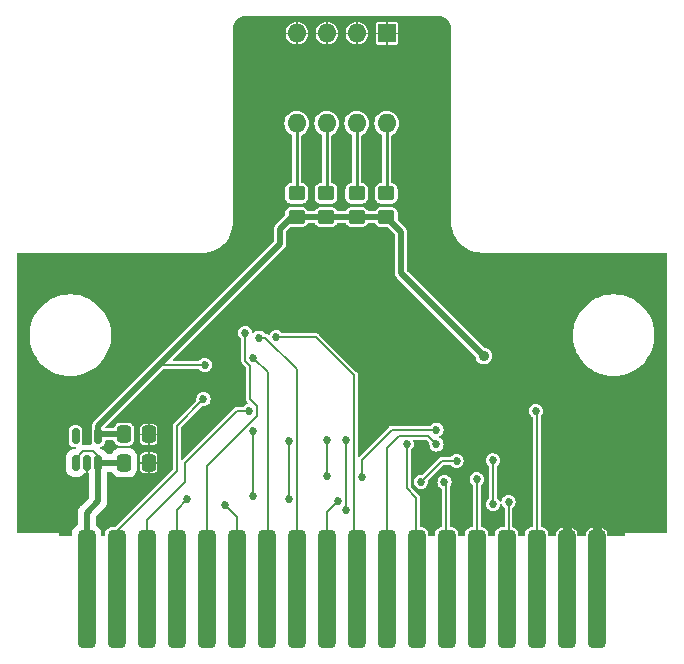
<source format=gbr>
G04 #@! TF.GenerationSoftware,KiCad,Pcbnew,(7.0.0-0)*
G04 #@! TF.CreationDate,2023-03-15T13:18:41-07:00*
G04 #@! TF.ProjectId,qcard-multicart,71636172-642d-46d7-956c-746963617274,3*
G04 #@! TF.SameCoordinates,Original*
G04 #@! TF.FileFunction,Copper,L2,Bot*
G04 #@! TF.FilePolarity,Positive*
%FSLAX46Y46*%
G04 Gerber Fmt 4.6, Leading zero omitted, Abs format (unit mm)*
G04 Created by KiCad (PCBNEW (7.0.0-0)) date 2023-03-15 13:18:41*
%MOMM*%
%LPD*%
G01*
G04 APERTURE LIST*
G04 Aperture macros list*
%AMRoundRect*
0 Rectangle with rounded corners*
0 $1 Rounding radius*
0 $2 $3 $4 $5 $6 $7 $8 $9 X,Y pos of 4 corners*
0 Add a 4 corners polygon primitive as box body*
4,1,4,$2,$3,$4,$5,$6,$7,$8,$9,$2,$3,0*
0 Add four circle primitives for the rounded corners*
1,1,$1+$1,$2,$3*
1,1,$1+$1,$4,$5*
1,1,$1+$1,$6,$7*
1,1,$1+$1,$8,$9*
0 Add four rect primitives between the rounded corners*
20,1,$1+$1,$2,$3,$4,$5,0*
20,1,$1+$1,$4,$5,$6,$7,0*
20,1,$1+$1,$6,$7,$8,$9,0*
20,1,$1+$1,$8,$9,$2,$3,0*%
G04 Aperture macros list end*
G04 #@! TA.AperFunction,ComponentPad*
%ADD10R,1.600000X1.600000*%
G04 #@! TD*
G04 #@! TA.AperFunction,ComponentPad*
%ADD11O,1.600000X1.600000*%
G04 #@! TD*
G04 #@! TA.AperFunction,ConnectorPad*
%ADD12RoundRect,0.375000X-0.375000X-4.625000X0.375000X-4.625000X0.375000X4.625000X-0.375000X4.625000X0*%
G04 #@! TD*
G04 #@! TA.AperFunction,SMDPad,CuDef*
%ADD13RoundRect,0.250000X-0.450000X0.350000X-0.450000X-0.350000X0.450000X-0.350000X0.450000X0.350000X0*%
G04 #@! TD*
G04 #@! TA.AperFunction,SMDPad,CuDef*
%ADD14RoundRect,0.250000X-0.337500X-0.475000X0.337500X-0.475000X0.337500X0.475000X-0.337500X0.475000X0*%
G04 #@! TD*
G04 #@! TA.AperFunction,SMDPad,CuDef*
%ADD15RoundRect,0.150000X0.150000X-0.512500X0.150000X0.512500X-0.150000X0.512500X-0.150000X-0.512500X0*%
G04 #@! TD*
G04 #@! TA.AperFunction,ViaPad*
%ADD16C,0.685800*%
G04 #@! TD*
G04 #@! TA.AperFunction,ViaPad*
%ADD17C,0.889000*%
G04 #@! TD*
G04 #@! TA.AperFunction,Conductor*
%ADD18C,0.254000*%
G04 #@! TD*
G04 #@! TA.AperFunction,Conductor*
%ADD19C,0.508000*%
G04 #@! TD*
G04 #@! TA.AperFunction,Conductor*
%ADD20C,0.152400*%
G04 #@! TD*
G04 #@! TA.AperFunction,Conductor*
%ADD21C,0.762000*%
G04 #@! TD*
G04 APERTURE END LIST*
D10*
X100799999Y-28449999D03*
D11*
X98259999Y-28449999D03*
X95719999Y-28449999D03*
X93179999Y-28449999D03*
X93179999Y-36069999D03*
X95719999Y-36069999D03*
X98259999Y-36069999D03*
X100799999Y-36069999D03*
D12*
X75380000Y-75500000D03*
X77920000Y-75500000D03*
X80460000Y-75500000D03*
X83000000Y-75500000D03*
X85540000Y-75500000D03*
X88080000Y-75500000D03*
X90620000Y-75500000D03*
X93160000Y-75500000D03*
X95700000Y-75500000D03*
X98240000Y-75500000D03*
X100780000Y-75500000D03*
X103320000Y-75500000D03*
X105860000Y-75500000D03*
X108400000Y-75500000D03*
X110940000Y-75500000D03*
X113480000Y-75500000D03*
X116020000Y-75500000D03*
X118560000Y-75500000D03*
D13*
X98250000Y-42000000D03*
X98250000Y-44000000D03*
X95650000Y-42000000D03*
X95650000Y-44000000D03*
D14*
X78562500Y-64800000D03*
X80637500Y-64800000D03*
D13*
X93150000Y-42000000D03*
X93150000Y-44000000D03*
D14*
X78562500Y-62400000D03*
X80637500Y-62400000D03*
D15*
X76350000Y-64837500D03*
X75400000Y-64837500D03*
X74450000Y-64837500D03*
X74450000Y-62562500D03*
X76350000Y-62562500D03*
D13*
X100750000Y-42000000D03*
X100750000Y-44000000D03*
D16*
X91000000Y-39000000D03*
X103250000Y-39000000D03*
X109750000Y-49500000D03*
X83900000Y-67900000D03*
X88800000Y-53800000D03*
X90000000Y-54200000D03*
X91425601Y-54174399D03*
X89500000Y-55922600D03*
X98672600Y-66000000D03*
X105000000Y-62000000D03*
X96654800Y-68000000D03*
D17*
X109000000Y-55750000D03*
D16*
X85400000Y-56500000D03*
X105000000Y-63250000D03*
X85272600Y-59400000D03*
X87100000Y-68400000D03*
X89500000Y-67600000D03*
X89500000Y-62100000D03*
X92500000Y-62927400D03*
X92527400Y-67900000D03*
X95700000Y-62900000D03*
X95700000Y-65900000D03*
X97300000Y-62900000D03*
X97327400Y-68800000D03*
X106700000Y-64627400D03*
X103700000Y-66400000D03*
D17*
X121000000Y-66900000D03*
D16*
X110000000Y-62000000D03*
D17*
X74400000Y-66900000D03*
X78100000Y-66900000D03*
D16*
X99800000Y-56300000D03*
D17*
X117300000Y-66900000D03*
D16*
X82250000Y-49500000D03*
X105000000Y-60800000D03*
X109800000Y-68300000D03*
X109800000Y-64600000D03*
X113400000Y-60400000D03*
X111100000Y-68100000D03*
X108400000Y-66200000D03*
X105675601Y-66424399D03*
X102475601Y-63200000D03*
X89100000Y-60422600D03*
D18*
X100750000Y-42000000D02*
X100800000Y-41950000D01*
X100800000Y-41950000D02*
X100800000Y-36070000D01*
X98250000Y-42000000D02*
X98260000Y-41990000D01*
X98260000Y-41990000D02*
X98260000Y-36070000D01*
X95650000Y-42000000D02*
X95720000Y-41930000D01*
X95720000Y-41930000D02*
X95720000Y-36070000D01*
X93150000Y-42000000D02*
X93180000Y-41970000D01*
X93180000Y-41970000D02*
X93180000Y-36070000D01*
D19*
X100750000Y-44000000D02*
X102000000Y-45250000D01*
X102000000Y-45250000D02*
X102000000Y-48750000D01*
X102000000Y-48750000D02*
X109000000Y-55750000D01*
X76350000Y-62562500D02*
X76350000Y-61650000D01*
X76350000Y-61650000D02*
X91750000Y-46250000D01*
X91750000Y-46250000D02*
X91750000Y-45000000D01*
X91750000Y-45000000D02*
X92750000Y-44000000D01*
X92750000Y-44000000D02*
X100750000Y-44000000D01*
X93150000Y-44000000D02*
X100750000Y-44000000D01*
D20*
X81800000Y-56500000D02*
X85400000Y-56500000D01*
X83000000Y-68800000D02*
X83000000Y-75500000D01*
X83900000Y-67900000D02*
X83000000Y-68800000D01*
X88800000Y-53800000D02*
X88800000Y-56174508D01*
X89200000Y-56574508D02*
X89200000Y-59400000D01*
X85540000Y-65060000D02*
X85540000Y-75500000D01*
X89773100Y-59973100D02*
X89773100Y-60826900D01*
X89773100Y-60826900D02*
X85540000Y-65060000D01*
X88800000Y-56174508D02*
X89200000Y-56574508D01*
X89200000Y-59400000D02*
X89773100Y-59973100D01*
X93200000Y-56900000D02*
X93200000Y-75460000D01*
X90500000Y-54200000D02*
X93200000Y-56900000D01*
X90000000Y-54200000D02*
X90500000Y-54200000D01*
X93200000Y-75460000D02*
X93160000Y-75500000D01*
X91425601Y-54174399D02*
X94826307Y-54174399D01*
X98000000Y-57348092D02*
X98000000Y-75260000D01*
X98000000Y-75260000D02*
X98240000Y-75500000D01*
X94826307Y-54174399D02*
X98000000Y-57348092D01*
X89500000Y-55922600D02*
X90700000Y-57122600D01*
X90700000Y-75420000D02*
X90620000Y-75500000D01*
X90700000Y-57122600D02*
X90700000Y-75420000D01*
D19*
X75380000Y-69020000D02*
X76350000Y-68050000D01*
D20*
X74450000Y-64837500D02*
X74450000Y-64445895D01*
X75944800Y-63844800D02*
X76350000Y-64250000D01*
X75051095Y-63844800D02*
X75944800Y-63844800D01*
D19*
X75380000Y-75500000D02*
X75380000Y-69020000D01*
X76387500Y-64800000D02*
X76350000Y-64837500D01*
D20*
X76350000Y-64250000D02*
X76350000Y-64837500D01*
D19*
X76350000Y-68050000D02*
X76350000Y-64837500D01*
X78562500Y-64800000D02*
X76387500Y-64800000D01*
D20*
X74450000Y-64445895D02*
X75051095Y-63844800D01*
X95700000Y-68954800D02*
X95700000Y-75500000D01*
X96654800Y-68000000D02*
X95700000Y-68954800D01*
X98672600Y-64527400D02*
X101200000Y-62000000D01*
X101200000Y-62000000D02*
X105000000Y-62000000D01*
X98672600Y-66000000D02*
X98672600Y-64527400D01*
D19*
X76512500Y-62400000D02*
X76350000Y-62562500D01*
X78562500Y-62400000D02*
X76512500Y-62400000D01*
D20*
X104276900Y-62526900D02*
X101784947Y-62526900D01*
X100780000Y-63531847D02*
X100780000Y-75500000D01*
X101784947Y-62526900D02*
X100780000Y-63531847D01*
X105000000Y-63250000D02*
X104276900Y-62526900D01*
X77920000Y-70580000D02*
X77920000Y-75500000D01*
X83000000Y-65500000D02*
X77920000Y-70580000D01*
X85272600Y-59400000D02*
X83000000Y-61672600D01*
X83000000Y-61672600D02*
X83000000Y-65500000D01*
X88080000Y-69380000D02*
X88080000Y-75500000D01*
X87100000Y-68400000D02*
X88080000Y-69380000D01*
X89500000Y-67600000D02*
X89500000Y-62100000D01*
X92500000Y-62927400D02*
X92527400Y-62954800D01*
X92527400Y-62954800D02*
X92527400Y-67900000D01*
X95700000Y-62900000D02*
X95700000Y-65900000D01*
X97327400Y-62927400D02*
X97300000Y-62900000D01*
X97327400Y-68800000D02*
X97327400Y-62927400D01*
X106700000Y-64627400D02*
X105472600Y-64627400D01*
X105472600Y-64627400D02*
X103700000Y-66400000D01*
D21*
X118560000Y-70160000D02*
X118560000Y-75500000D01*
X116020000Y-70180000D02*
X116020000Y-75500000D01*
X117300000Y-68900000D02*
X118560000Y-70160000D01*
X117300000Y-68900000D02*
X116020000Y-70180000D01*
D20*
X109800000Y-64600000D02*
X109800000Y-68300000D01*
X113400000Y-60400000D02*
X113480000Y-60480000D01*
X113480000Y-60480000D02*
X113480000Y-75500000D01*
X111100000Y-75340000D02*
X110940000Y-75500000D01*
X111100000Y-68100000D02*
X111100000Y-75340000D01*
X108400000Y-75500000D02*
X108400000Y-66200000D01*
X105800000Y-66548798D02*
X105800000Y-75440000D01*
X105800000Y-75440000D02*
X105860000Y-75500000D01*
X105675601Y-66424399D02*
X105800000Y-66548798D01*
X102475601Y-63200000D02*
X102475601Y-66975601D01*
X102475601Y-66975601D02*
X103300000Y-67800000D01*
X103300000Y-67800000D02*
X103300000Y-75480000D01*
X103300000Y-75480000D02*
X103320000Y-75500000D01*
X88077400Y-60422600D02*
X83700000Y-64800000D01*
X89100000Y-60422600D02*
X88077400Y-60422600D01*
X83700000Y-66400000D02*
X80460000Y-69640000D01*
X83700000Y-64800000D02*
X83700000Y-66400000D01*
X80460000Y-69640000D02*
X80460000Y-75500000D01*
G04 #@! TA.AperFunction,Conductor*
G36*
X105253222Y-27000782D02*
G01*
X105261444Y-27001501D01*
X105295105Y-27004446D01*
X105295707Y-27004501D01*
X105425852Y-27017320D01*
X105437728Y-27019481D01*
X105507239Y-27038106D01*
X105509449Y-27038737D01*
X105561044Y-27054388D01*
X105604960Y-27067711D01*
X105614751Y-27071457D01*
X105685083Y-27104253D01*
X105688679Y-27106050D01*
X105758438Y-27143337D01*
X105771694Y-27150423D01*
X105779255Y-27155068D01*
X105844455Y-27200722D01*
X105848955Y-27204136D01*
X105920351Y-27262728D01*
X105925732Y-27267605D01*
X105982393Y-27324266D01*
X105987270Y-27329647D01*
X106045862Y-27401043D01*
X106049276Y-27405543D01*
X106094930Y-27470743D01*
X106099575Y-27478304D01*
X106143940Y-27561304D01*
X106145745Y-27564915D01*
X106178541Y-27635247D01*
X106182287Y-27645038D01*
X106211249Y-27740510D01*
X106211915Y-27742840D01*
X106230515Y-27812259D01*
X106232680Y-27824158D01*
X106245488Y-27954206D01*
X106245562Y-27955007D01*
X106249218Y-27996777D01*
X106249500Y-28003229D01*
X106249500Y-44499504D01*
X106247258Y-44499504D01*
X106247256Y-44499517D01*
X106249498Y-44499504D01*
X106249500Y-44499837D01*
X106249500Y-44499944D01*
X106249480Y-44500105D01*
X106249502Y-44500105D01*
X106250144Y-44598508D01*
X106250487Y-44650964D01*
X106250767Y-44653163D01*
X106250768Y-44653172D01*
X106288391Y-44948266D01*
X106288392Y-44948274D01*
X106288672Y-44950466D01*
X106289211Y-44952608D01*
X106289213Y-44952618D01*
X106361819Y-45241107D01*
X106361822Y-45241116D01*
X106362362Y-45243262D01*
X106363152Y-45245321D01*
X106363156Y-45245334D01*
X106457504Y-45491280D01*
X106470500Y-45525158D01*
X106611539Y-45792118D01*
X106612801Y-45793941D01*
X106612806Y-45793948D01*
X106697071Y-45915602D01*
X106783458Y-46040319D01*
X106983795Y-46266205D01*
X107209681Y-46466542D01*
X107457882Y-46638461D01*
X107724842Y-46779500D01*
X107923302Y-46855631D01*
X108004665Y-46886843D01*
X108004668Y-46886844D01*
X108006738Y-46887638D01*
X108299534Y-46961328D01*
X108599036Y-46999513D01*
X108749894Y-47000497D01*
X108749893Y-47000519D01*
X108750056Y-47000500D01*
X108750163Y-47000500D01*
X108750496Y-47000502D01*
X108750479Y-47003192D01*
X108750496Y-47003191D01*
X108750496Y-47000500D01*
X124425500Y-47000500D01*
X124462500Y-47010414D01*
X124489586Y-47037500D01*
X124499500Y-47074500D01*
X124499500Y-70675500D01*
X124489586Y-70712500D01*
X124462500Y-70739586D01*
X124425500Y-70749500D01*
X121000099Y-70749500D01*
X121000000Y-70749459D01*
X120999901Y-70749500D01*
X120999617Y-70749617D01*
X120999459Y-70750000D01*
X120999500Y-70750099D01*
X120999500Y-70757095D01*
X120999500Y-70926000D01*
X120989586Y-70963000D01*
X120962500Y-70990086D01*
X120925500Y-71000000D01*
X119534000Y-71000000D01*
X119497000Y-70990086D01*
X119469914Y-70963000D01*
X119460000Y-70926000D01*
X119460000Y-70836113D01*
X119459735Y-70831697D01*
X119450433Y-70754239D01*
X119448128Y-70745119D01*
X119398781Y-70619982D01*
X119393866Y-70611240D01*
X119312777Y-70504309D01*
X119305690Y-70497222D01*
X119198759Y-70416133D01*
X119190017Y-70411218D01*
X119064880Y-70361871D01*
X119055760Y-70359566D01*
X118978302Y-70350264D01*
X118973887Y-70350000D01*
X118644743Y-70350000D01*
X118637059Y-70352059D01*
X118635000Y-70359743D01*
X118635000Y-71000000D01*
X118485000Y-71000000D01*
X118485000Y-70359743D01*
X118482940Y-70352059D01*
X118475257Y-70350000D01*
X118146113Y-70350000D01*
X118141697Y-70350264D01*
X118064239Y-70359566D01*
X118055119Y-70361871D01*
X117929982Y-70411218D01*
X117921240Y-70416133D01*
X117814309Y-70497222D01*
X117807222Y-70504309D01*
X117726133Y-70611240D01*
X117721218Y-70619982D01*
X117671871Y-70745119D01*
X117669566Y-70754239D01*
X117660264Y-70831697D01*
X117660000Y-70836113D01*
X117660000Y-70926000D01*
X117650086Y-70963000D01*
X117623000Y-70990086D01*
X117586000Y-71000000D01*
X116994000Y-71000000D01*
X116957000Y-70990086D01*
X116929914Y-70963000D01*
X116920000Y-70926000D01*
X116920000Y-70836113D01*
X116919735Y-70831697D01*
X116910433Y-70754239D01*
X116908128Y-70745119D01*
X116858781Y-70619982D01*
X116853866Y-70611240D01*
X116772777Y-70504309D01*
X116765690Y-70497222D01*
X116658759Y-70416133D01*
X116650017Y-70411218D01*
X116524880Y-70361871D01*
X116515760Y-70359566D01*
X116438302Y-70350264D01*
X116433887Y-70350000D01*
X116104743Y-70350000D01*
X116097059Y-70352059D01*
X116095000Y-70359743D01*
X116095000Y-71000000D01*
X115945000Y-71000000D01*
X115945000Y-70359743D01*
X115942940Y-70352059D01*
X115935257Y-70350000D01*
X115606113Y-70350000D01*
X115601697Y-70350264D01*
X115524239Y-70359566D01*
X115515119Y-70361871D01*
X115389982Y-70411218D01*
X115381240Y-70416133D01*
X115274309Y-70497222D01*
X115267222Y-70504309D01*
X115186133Y-70611240D01*
X115181218Y-70619982D01*
X115131871Y-70745119D01*
X115129566Y-70754239D01*
X115120264Y-70831697D01*
X115120000Y-70836113D01*
X115120000Y-70926000D01*
X115110086Y-70963000D01*
X115083000Y-70990086D01*
X115046000Y-71000000D01*
X114558499Y-71000000D01*
X114521499Y-70990086D01*
X114494413Y-70963000D01*
X114484499Y-70926000D01*
X114484499Y-70812888D01*
X114484499Y-70812886D01*
X114484499Y-70811434D01*
X114481691Y-70775742D01*
X114475444Y-70754239D01*
X114438617Y-70627479D01*
X114438616Y-70627478D01*
X114437318Y-70623008D01*
X114356356Y-70486109D01*
X114243891Y-70373644D01*
X114239883Y-70371274D01*
X114239881Y-70371272D01*
X114110999Y-70295052D01*
X114111000Y-70295052D01*
X114106992Y-70292682D01*
X114102525Y-70291384D01*
X114102520Y-70291382D01*
X113957888Y-70249363D01*
X113957882Y-70249361D01*
X113954258Y-70248309D01*
X113950490Y-70248012D01*
X113950488Y-70248012D01*
X113920013Y-70245613D01*
X113919992Y-70245612D01*
X113918567Y-70245500D01*
X113917115Y-70245500D01*
X113884700Y-70245500D01*
X113847700Y-70235586D01*
X113820614Y-70208500D01*
X113810700Y-70171500D01*
X113810700Y-60871198D01*
X113816333Y-60842879D01*
X113827057Y-60826828D01*
X113826071Y-60826071D01*
X113865279Y-60774974D01*
X113921828Y-60701278D01*
X113982023Y-60555953D01*
X114002555Y-60400000D01*
X113982023Y-60244047D01*
X113949430Y-60165361D01*
X113923683Y-60103201D01*
X113923682Y-60103200D01*
X113921828Y-60098723D01*
X113826071Y-59973929D01*
X113701278Y-59878172D01*
X113696794Y-59876314D01*
X113696793Y-59876314D01*
X113560434Y-59819833D01*
X113560433Y-59819832D01*
X113555953Y-59817977D01*
X113400000Y-59797445D01*
X113395192Y-59798078D01*
X113248852Y-59817344D01*
X113248849Y-59817344D01*
X113244047Y-59817977D01*
X113239574Y-59819829D01*
X113239569Y-59819831D01*
X113103201Y-59876316D01*
X113103193Y-59876320D01*
X113098723Y-59878172D01*
X113094878Y-59881122D01*
X113094875Y-59881124D01*
X112977779Y-59970974D01*
X112977775Y-59970977D01*
X112973929Y-59973929D01*
X112970977Y-59977775D01*
X112970974Y-59977779D01*
X112881124Y-60094875D01*
X112881122Y-60094878D01*
X112878172Y-60098723D01*
X112876320Y-60103193D01*
X112876316Y-60103201D01*
X112819831Y-60239569D01*
X112819829Y-60239574D01*
X112817977Y-60244047D01*
X112797445Y-60400000D01*
X112817977Y-60555953D01*
X112878172Y-60701278D01*
X112881125Y-60705126D01*
X112881126Y-60705128D01*
X112961016Y-60809242D01*
X112973929Y-60826071D01*
X113098722Y-60921828D01*
X113103619Y-60923856D01*
X113103897Y-60924084D01*
X113107404Y-60926109D01*
X113107069Y-60926687D01*
X113136829Y-60951111D01*
X113149300Y-60992223D01*
X113149300Y-70171501D01*
X113139386Y-70208501D01*
X113112300Y-70235587D01*
X113075300Y-70245501D01*
X113041434Y-70245501D01*
X113039986Y-70245614D01*
X113039983Y-70245615D01*
X113009509Y-70248012D01*
X113009502Y-70248013D01*
X113005742Y-70248309D01*
X113002123Y-70249360D01*
X113002114Y-70249362D01*
X112857479Y-70291382D01*
X112857471Y-70291385D01*
X112853008Y-70292682D01*
X112849002Y-70295051D01*
X112849000Y-70295052D01*
X112720118Y-70371272D01*
X112720112Y-70371276D01*
X112716109Y-70373644D01*
X112712819Y-70376933D01*
X112712815Y-70376937D01*
X112606937Y-70482815D01*
X112606933Y-70482819D01*
X112603644Y-70486109D01*
X112601276Y-70490112D01*
X112601272Y-70490118D01*
X112525052Y-70619000D01*
X112522682Y-70623008D01*
X112521385Y-70627471D01*
X112521382Y-70627479D01*
X112479363Y-70772111D01*
X112479361Y-70772119D01*
X112478309Y-70775742D01*
X112478012Y-70779507D01*
X112478012Y-70779511D01*
X112475613Y-70809986D01*
X112475612Y-70810008D01*
X112475500Y-70811433D01*
X112475500Y-70812885D01*
X112475500Y-70812886D01*
X112475500Y-70926000D01*
X112465586Y-70963000D01*
X112438500Y-70990086D01*
X112401500Y-71000000D01*
X112018499Y-71000000D01*
X111981499Y-70990086D01*
X111954413Y-70963000D01*
X111944499Y-70926000D01*
X111944499Y-70812888D01*
X111944499Y-70812886D01*
X111944499Y-70811434D01*
X111941691Y-70775742D01*
X111935444Y-70754239D01*
X111898617Y-70627479D01*
X111898616Y-70627478D01*
X111897318Y-70623008D01*
X111816356Y-70486109D01*
X111703891Y-70373644D01*
X111699883Y-70371274D01*
X111699881Y-70371272D01*
X111570999Y-70295052D01*
X111571000Y-70295052D01*
X111566992Y-70292682D01*
X111484054Y-70268586D01*
X111445523Y-70241956D01*
X111430700Y-70197525D01*
X111430700Y-68635744D01*
X111438331Y-68603015D01*
X111459652Y-68577036D01*
X111526071Y-68526071D01*
X111621828Y-68401278D01*
X111682023Y-68255953D01*
X111702555Y-68100000D01*
X111682023Y-67944047D01*
X111629541Y-67817344D01*
X111623683Y-67803201D01*
X111623682Y-67803200D01*
X111621828Y-67798723D01*
X111526071Y-67673929D01*
X111435991Y-67604808D01*
X111405128Y-67581126D01*
X111405125Y-67581124D01*
X111401278Y-67578172D01*
X111396794Y-67576314D01*
X111396793Y-67576314D01*
X111260434Y-67519833D01*
X111260433Y-67519832D01*
X111255953Y-67517977D01*
X111100000Y-67497445D01*
X111095192Y-67498078D01*
X110948852Y-67517344D01*
X110948849Y-67517344D01*
X110944047Y-67517977D01*
X110939574Y-67519829D01*
X110939569Y-67519831D01*
X110803201Y-67576316D01*
X110803193Y-67576320D01*
X110798723Y-67578172D01*
X110794878Y-67581122D01*
X110794875Y-67581124D01*
X110677779Y-67670974D01*
X110677775Y-67670977D01*
X110673929Y-67673929D01*
X110670977Y-67677775D01*
X110670974Y-67677779D01*
X110581124Y-67794875D01*
X110581122Y-67794878D01*
X110578172Y-67798723D01*
X110576320Y-67803193D01*
X110576316Y-67803201D01*
X110519831Y-67939569D01*
X110519829Y-67939574D01*
X110517977Y-67944047D01*
X110517345Y-67948847D01*
X110517344Y-67948851D01*
X110501254Y-68071062D01*
X110480212Y-68113728D01*
X110437545Y-68134769D01*
X110390887Y-68125488D01*
X110359520Y-68089720D01*
X110338480Y-68038924D01*
X110321828Y-67998723D01*
X110226071Y-67873929D01*
X110159651Y-67822963D01*
X110138331Y-67796985D01*
X110130700Y-67764256D01*
X110130700Y-65135744D01*
X110138331Y-65103015D01*
X110159652Y-65077036D01*
X110226071Y-65026071D01*
X110321828Y-64901278D01*
X110382023Y-64755953D01*
X110402555Y-64600000D01*
X110382023Y-64444047D01*
X110333446Y-64326772D01*
X110323683Y-64303201D01*
X110323682Y-64303200D01*
X110321828Y-64298723D01*
X110226071Y-64173929D01*
X110140834Y-64108524D01*
X110105128Y-64081126D01*
X110105125Y-64081124D01*
X110101278Y-64078172D01*
X110096794Y-64076314D01*
X110096793Y-64076314D01*
X109960434Y-64019833D01*
X109960433Y-64019832D01*
X109955953Y-64017977D01*
X109800000Y-63997445D01*
X109795192Y-63998078D01*
X109648852Y-64017344D01*
X109648849Y-64017344D01*
X109644047Y-64017977D01*
X109639574Y-64019829D01*
X109639569Y-64019831D01*
X109503201Y-64076316D01*
X109503193Y-64076320D01*
X109498723Y-64078172D01*
X109494878Y-64081122D01*
X109494875Y-64081124D01*
X109377779Y-64170974D01*
X109377775Y-64170977D01*
X109373929Y-64173929D01*
X109370977Y-64177775D01*
X109370974Y-64177779D01*
X109281124Y-64294875D01*
X109281122Y-64294878D01*
X109278172Y-64298723D01*
X109276320Y-64303193D01*
X109276316Y-64303201D01*
X109219831Y-64439569D01*
X109219829Y-64439574D01*
X109217977Y-64444047D01*
X109217344Y-64448849D01*
X109217344Y-64448852D01*
X109213737Y-64476252D01*
X109197445Y-64600000D01*
X109217977Y-64755953D01*
X109219832Y-64760433D01*
X109219833Y-64760434D01*
X109271339Y-64884783D01*
X109278172Y-64901278D01*
X109281125Y-64905126D01*
X109281126Y-64905128D01*
X109329087Y-64967632D01*
X109373929Y-65026071D01*
X109436968Y-65074443D01*
X109440348Y-65077036D01*
X109461669Y-65103015D01*
X109469300Y-65135744D01*
X109469300Y-67764256D01*
X109461669Y-67796985D01*
X109440348Y-67822964D01*
X109377779Y-67870974D01*
X109377775Y-67870977D01*
X109373929Y-67873929D01*
X109370977Y-67877775D01*
X109370974Y-67877779D01*
X109281124Y-67994875D01*
X109281122Y-67994878D01*
X109278172Y-67998723D01*
X109276320Y-68003193D01*
X109276316Y-68003201D01*
X109219831Y-68139569D01*
X109219829Y-68139574D01*
X109217977Y-68144047D01*
X109217344Y-68148849D01*
X109217344Y-68148852D01*
X109208488Y-68216123D01*
X109197445Y-68300000D01*
X109217977Y-68455953D01*
X109219832Y-68460433D01*
X109219833Y-68460434D01*
X109268130Y-68577036D01*
X109278172Y-68601278D01*
X109281125Y-68605126D01*
X109281126Y-68605128D01*
X109370974Y-68722220D01*
X109373929Y-68726071D01*
X109498722Y-68821828D01*
X109644047Y-68882023D01*
X109800000Y-68902555D01*
X109955953Y-68882023D01*
X110101278Y-68821828D01*
X110226071Y-68726071D01*
X110321828Y-68601278D01*
X110382023Y-68455953D01*
X110398745Y-68328936D01*
X110419786Y-68286270D01*
X110462453Y-68265229D01*
X110509112Y-68274510D01*
X110540479Y-68310278D01*
X110570707Y-68383257D01*
X110578172Y-68401278D01*
X110581125Y-68405126D01*
X110581126Y-68405128D01*
X110657279Y-68504372D01*
X110673929Y-68526071D01*
X110728712Y-68568108D01*
X110740348Y-68577036D01*
X110761669Y-68603015D01*
X110769300Y-68635744D01*
X110769300Y-70171501D01*
X110759386Y-70208501D01*
X110732300Y-70235587D01*
X110695300Y-70245501D01*
X110501434Y-70245501D01*
X110499986Y-70245614D01*
X110499983Y-70245615D01*
X110469509Y-70248012D01*
X110469502Y-70248013D01*
X110465742Y-70248309D01*
X110462123Y-70249360D01*
X110462114Y-70249362D01*
X110317479Y-70291382D01*
X110317471Y-70291385D01*
X110313008Y-70292682D01*
X110309002Y-70295051D01*
X110309000Y-70295052D01*
X110180118Y-70371272D01*
X110180112Y-70371276D01*
X110176109Y-70373644D01*
X110172819Y-70376933D01*
X110172815Y-70376937D01*
X110066937Y-70482815D01*
X110066933Y-70482819D01*
X110063644Y-70486109D01*
X110061276Y-70490112D01*
X110061272Y-70490118D01*
X109985052Y-70619000D01*
X109982682Y-70623008D01*
X109981385Y-70627471D01*
X109981382Y-70627479D01*
X109939363Y-70772111D01*
X109939361Y-70772119D01*
X109938309Y-70775742D01*
X109938012Y-70779507D01*
X109938012Y-70779511D01*
X109935613Y-70809986D01*
X109935612Y-70810008D01*
X109935500Y-70811433D01*
X109935500Y-70812885D01*
X109935500Y-70812886D01*
X109935500Y-70926000D01*
X109925586Y-70963000D01*
X109898500Y-70990086D01*
X109861500Y-71000000D01*
X109478499Y-71000000D01*
X109441499Y-70990086D01*
X109414413Y-70963000D01*
X109404499Y-70926000D01*
X109404499Y-70812888D01*
X109404499Y-70812886D01*
X109404499Y-70811434D01*
X109401691Y-70775742D01*
X109395444Y-70754239D01*
X109358617Y-70627479D01*
X109358616Y-70627478D01*
X109357318Y-70623008D01*
X109276356Y-70486109D01*
X109163891Y-70373644D01*
X109159883Y-70371274D01*
X109159881Y-70371272D01*
X109030999Y-70295052D01*
X109031000Y-70295052D01*
X109026992Y-70292682D01*
X109022525Y-70291384D01*
X109022520Y-70291382D01*
X108877888Y-70249363D01*
X108877882Y-70249361D01*
X108874258Y-70248309D01*
X108870490Y-70248012D01*
X108870488Y-70248012D01*
X108840013Y-70245613D01*
X108839992Y-70245612D01*
X108838567Y-70245500D01*
X108837115Y-70245500D01*
X108804700Y-70245500D01*
X108767700Y-70235586D01*
X108740614Y-70208500D01*
X108730700Y-70171500D01*
X108730700Y-66735744D01*
X108738331Y-66703015D01*
X108759652Y-66677036D01*
X108826071Y-66626071D01*
X108921828Y-66501278D01*
X108982023Y-66355953D01*
X109002555Y-66200000D01*
X108982023Y-66044047D01*
X108945873Y-65956774D01*
X108923683Y-65903201D01*
X108923682Y-65903200D01*
X108921828Y-65898723D01*
X108826071Y-65773929D01*
X108790115Y-65746339D01*
X108705128Y-65681126D01*
X108705125Y-65681124D01*
X108701278Y-65678172D01*
X108696794Y-65676314D01*
X108696793Y-65676314D01*
X108560434Y-65619833D01*
X108560433Y-65619832D01*
X108555953Y-65617977D01*
X108400000Y-65597445D01*
X108395192Y-65598078D01*
X108248852Y-65617344D01*
X108248849Y-65617344D01*
X108244047Y-65617977D01*
X108239574Y-65619829D01*
X108239569Y-65619831D01*
X108103201Y-65676316D01*
X108103193Y-65676320D01*
X108098723Y-65678172D01*
X108094878Y-65681122D01*
X108094875Y-65681124D01*
X107977779Y-65770974D01*
X107977775Y-65770977D01*
X107973929Y-65773929D01*
X107970977Y-65777775D01*
X107970974Y-65777779D01*
X107881124Y-65894875D01*
X107881122Y-65894878D01*
X107878172Y-65898723D01*
X107876320Y-65903193D01*
X107876316Y-65903201D01*
X107819831Y-66039569D01*
X107819829Y-66039574D01*
X107817977Y-66044047D01*
X107817344Y-66048849D01*
X107817344Y-66048852D01*
X107810189Y-66103201D01*
X107797445Y-66200000D01*
X107817977Y-66355953D01*
X107819832Y-66360433D01*
X107819833Y-66360434D01*
X107864601Y-66468516D01*
X107878172Y-66501278D01*
X107881125Y-66505126D01*
X107881126Y-66505128D01*
X107961781Y-66610240D01*
X107973929Y-66626071D01*
X107977779Y-66629025D01*
X108040348Y-66677036D01*
X108061669Y-66703015D01*
X108069300Y-66735744D01*
X108069300Y-70171501D01*
X108059386Y-70208501D01*
X108032300Y-70235587D01*
X107995300Y-70245501D01*
X107961434Y-70245501D01*
X107959986Y-70245614D01*
X107959983Y-70245615D01*
X107929509Y-70248012D01*
X107929502Y-70248013D01*
X107925742Y-70248309D01*
X107922123Y-70249360D01*
X107922114Y-70249362D01*
X107777479Y-70291382D01*
X107777471Y-70291385D01*
X107773008Y-70292682D01*
X107769002Y-70295051D01*
X107769000Y-70295052D01*
X107640118Y-70371272D01*
X107640112Y-70371276D01*
X107636109Y-70373644D01*
X107632819Y-70376933D01*
X107632815Y-70376937D01*
X107526937Y-70482815D01*
X107526933Y-70482819D01*
X107523644Y-70486109D01*
X107521276Y-70490112D01*
X107521272Y-70490118D01*
X107445052Y-70619000D01*
X107442682Y-70623008D01*
X107441385Y-70627471D01*
X107441382Y-70627479D01*
X107399363Y-70772111D01*
X107399361Y-70772119D01*
X107398309Y-70775742D01*
X107398012Y-70779507D01*
X107398012Y-70779511D01*
X107395613Y-70809986D01*
X107395612Y-70810008D01*
X107395500Y-70811433D01*
X107395500Y-70812885D01*
X107395500Y-70812886D01*
X107395500Y-70926000D01*
X107385586Y-70963000D01*
X107358500Y-70990086D01*
X107321500Y-71000000D01*
X106938499Y-71000000D01*
X106901499Y-70990086D01*
X106874413Y-70963000D01*
X106864499Y-70926000D01*
X106864499Y-70812888D01*
X106864499Y-70812886D01*
X106864499Y-70811434D01*
X106861691Y-70775742D01*
X106855444Y-70754239D01*
X106818617Y-70627479D01*
X106818616Y-70627478D01*
X106817318Y-70623008D01*
X106736356Y-70486109D01*
X106623891Y-70373644D01*
X106619883Y-70371274D01*
X106619881Y-70371272D01*
X106490999Y-70295052D01*
X106491000Y-70295052D01*
X106486992Y-70292682D01*
X106482525Y-70291384D01*
X106482520Y-70291382D01*
X106337888Y-70249363D01*
X106337882Y-70249361D01*
X106334258Y-70248309D01*
X106330490Y-70248012D01*
X106330488Y-70248012D01*
X106300013Y-70245613D01*
X106299992Y-70245612D01*
X106298567Y-70245500D01*
X106297115Y-70245500D01*
X106204700Y-70245500D01*
X106167700Y-70235586D01*
X106140614Y-70208500D01*
X106130700Y-70171500D01*
X106130700Y-66837759D01*
X106145992Y-66792711D01*
X106189704Y-66735744D01*
X106197429Y-66725677D01*
X106257624Y-66580352D01*
X106278156Y-66424399D01*
X106257624Y-66268446D01*
X106211028Y-66155953D01*
X106199284Y-66127600D01*
X106199283Y-66127599D01*
X106197429Y-66123122D01*
X106101672Y-65998328D01*
X106062760Y-65968470D01*
X105980729Y-65905525D01*
X105980726Y-65905523D01*
X105976879Y-65902571D01*
X105972395Y-65900713D01*
X105972394Y-65900713D01*
X105836035Y-65844232D01*
X105836034Y-65844231D01*
X105831554Y-65842376D01*
X105675601Y-65821844D01*
X105670793Y-65822477D01*
X105524453Y-65841743D01*
X105524450Y-65841743D01*
X105519648Y-65842376D01*
X105515175Y-65844228D01*
X105515170Y-65844230D01*
X105378802Y-65900715D01*
X105378794Y-65900719D01*
X105374324Y-65902571D01*
X105370479Y-65905521D01*
X105370476Y-65905523D01*
X105253380Y-65995373D01*
X105253376Y-65995376D01*
X105249530Y-65998328D01*
X105246578Y-66002174D01*
X105246575Y-66002178D01*
X105156725Y-66119274D01*
X105156723Y-66119277D01*
X105153773Y-66123122D01*
X105151921Y-66127592D01*
X105151917Y-66127600D01*
X105095432Y-66263968D01*
X105095430Y-66263973D01*
X105093578Y-66268446D01*
X105092945Y-66273248D01*
X105092945Y-66273251D01*
X105087186Y-66316997D01*
X105073046Y-66424399D01*
X105093578Y-66580352D01*
X105095433Y-66584832D01*
X105095434Y-66584833D01*
X105143666Y-66701278D01*
X105153773Y-66725677D01*
X105156726Y-66729525D01*
X105156727Y-66729527D01*
X105240438Y-66838621D01*
X105249530Y-66850470D01*
X105374323Y-66946227D01*
X105423618Y-66966645D01*
X105456829Y-66993899D01*
X105469300Y-67035012D01*
X105469300Y-70173328D01*
X105460332Y-70208638D01*
X105435603Y-70235390D01*
X105401106Y-70247100D01*
X105389508Y-70248012D01*
X105389501Y-70248013D01*
X105385742Y-70248309D01*
X105382123Y-70249360D01*
X105382114Y-70249362D01*
X105237479Y-70291382D01*
X105237471Y-70291385D01*
X105233008Y-70292682D01*
X105229002Y-70295051D01*
X105229000Y-70295052D01*
X105100118Y-70371272D01*
X105100112Y-70371276D01*
X105096109Y-70373644D01*
X105092819Y-70376933D01*
X105092815Y-70376937D01*
X104986937Y-70482815D01*
X104986933Y-70482819D01*
X104983644Y-70486109D01*
X104981276Y-70490112D01*
X104981272Y-70490118D01*
X104905052Y-70619000D01*
X104902682Y-70623008D01*
X104901385Y-70627471D01*
X104901382Y-70627479D01*
X104859363Y-70772111D01*
X104859361Y-70772119D01*
X104858309Y-70775742D01*
X104858012Y-70779507D01*
X104858012Y-70779511D01*
X104855613Y-70809986D01*
X104855612Y-70810008D01*
X104855500Y-70811433D01*
X104855500Y-70812885D01*
X104855500Y-70812886D01*
X104855500Y-70926000D01*
X104845586Y-70963000D01*
X104818500Y-70990086D01*
X104781500Y-71000000D01*
X104398499Y-71000000D01*
X104361499Y-70990086D01*
X104334413Y-70963000D01*
X104324499Y-70926000D01*
X104324499Y-70812888D01*
X104324499Y-70812886D01*
X104324499Y-70811434D01*
X104321691Y-70775742D01*
X104315444Y-70754239D01*
X104278617Y-70627479D01*
X104278616Y-70627478D01*
X104277318Y-70623008D01*
X104196356Y-70486109D01*
X104083891Y-70373644D01*
X104079883Y-70371274D01*
X104079881Y-70371272D01*
X103950999Y-70295052D01*
X103951000Y-70295052D01*
X103946992Y-70292682D01*
X103942525Y-70291384D01*
X103942520Y-70291382D01*
X103797888Y-70249363D01*
X103797882Y-70249361D01*
X103794258Y-70248309D01*
X103790490Y-70248012D01*
X103790488Y-70248012D01*
X103760013Y-70245613D01*
X103759992Y-70245612D01*
X103758567Y-70245500D01*
X103757115Y-70245500D01*
X103704700Y-70245500D01*
X103667700Y-70235586D01*
X103640614Y-70208500D01*
X103630700Y-70171500D01*
X103630700Y-67817669D01*
X103630982Y-67811220D01*
X103631101Y-67809856D01*
X103634524Y-67770733D01*
X103624001Y-67731464D01*
X103622610Y-67725189D01*
X103615551Y-67685149D01*
X103612310Y-67679536D01*
X103610823Y-67675451D01*
X103607848Y-67668268D01*
X103606015Y-67664337D01*
X103604340Y-67658083D01*
X103581022Y-67624783D01*
X103577554Y-67619338D01*
X103560476Y-67589758D01*
X103557239Y-67584151D01*
X103545057Y-67573929D01*
X103526099Y-67558021D01*
X103521340Y-67553660D01*
X102827975Y-66860295D01*
X102811934Y-66836288D01*
X102806301Y-66807969D01*
X102806301Y-66400000D01*
X103097445Y-66400000D01*
X103117977Y-66555953D01*
X103119832Y-66560433D01*
X103119833Y-66560434D01*
X103168130Y-66677036D01*
X103178172Y-66701278D01*
X103181125Y-66705126D01*
X103181126Y-66705128D01*
X103196894Y-66725677D01*
X103273929Y-66826071D01*
X103398722Y-66921828D01*
X103544047Y-66982023D01*
X103700000Y-67002555D01*
X103855953Y-66982023D01*
X104001278Y-66921828D01*
X104126071Y-66826071D01*
X104221828Y-66701278D01*
X104282023Y-66555953D01*
X104302555Y-66400000D01*
X104291626Y-66316994D01*
X104294920Y-66283551D01*
X104312665Y-66255013D01*
X105587905Y-64979774D01*
X105611913Y-64963733D01*
X105640232Y-64958100D01*
X106164256Y-64958100D01*
X106196985Y-64965731D01*
X106222963Y-64987051D01*
X106273929Y-65053471D01*
X106398722Y-65149228D01*
X106544047Y-65209423D01*
X106700000Y-65229955D01*
X106855953Y-65209423D01*
X107001278Y-65149228D01*
X107126071Y-65053471D01*
X107221828Y-64928678D01*
X107282023Y-64783353D01*
X107302555Y-64627400D01*
X107282023Y-64471447D01*
X107240069Y-64370161D01*
X107223683Y-64330601D01*
X107223682Y-64330600D01*
X107221828Y-64326123D01*
X107126071Y-64201329D01*
X107122220Y-64198374D01*
X107005128Y-64108526D01*
X107005125Y-64108524D01*
X107001278Y-64105572D01*
X106996794Y-64103714D01*
X106996793Y-64103714D01*
X106860434Y-64047233D01*
X106860433Y-64047232D01*
X106855953Y-64045377D01*
X106700000Y-64024845D01*
X106695192Y-64025478D01*
X106548852Y-64044744D01*
X106548849Y-64044744D01*
X106544047Y-64045377D01*
X106539574Y-64047229D01*
X106539569Y-64047231D01*
X106403201Y-64103716D01*
X106403193Y-64103720D01*
X106398723Y-64105572D01*
X106394878Y-64108522D01*
X106394875Y-64108524D01*
X106277779Y-64198374D01*
X106277775Y-64198377D01*
X106273929Y-64201329D01*
X106270977Y-64205175D01*
X106270974Y-64205179D01*
X106222964Y-64267748D01*
X106196985Y-64289069D01*
X106164256Y-64296700D01*
X105490269Y-64296700D01*
X105483820Y-64296418D01*
X105449785Y-64293440D01*
X105449782Y-64293440D01*
X105443333Y-64292876D01*
X105437083Y-64294550D01*
X105437078Y-64294551D01*
X105404077Y-64303394D01*
X105397776Y-64304791D01*
X105364120Y-64310725D01*
X105364116Y-64310726D01*
X105357749Y-64311849D01*
X105352149Y-64315081D01*
X105348131Y-64316544D01*
X105340814Y-64319575D01*
X105336930Y-64321386D01*
X105330684Y-64323060D01*
X105325387Y-64326768D01*
X105325380Y-64326772D01*
X105297383Y-64346375D01*
X105291944Y-64349840D01*
X105262360Y-64366922D01*
X105262358Y-64366923D01*
X105256751Y-64370161D01*
X105252588Y-64375121D01*
X105252589Y-64375121D01*
X105230627Y-64401293D01*
X105226267Y-64406051D01*
X103844987Y-65787331D01*
X103816448Y-65805078D01*
X103783002Y-65808372D01*
X103704808Y-65798078D01*
X103700000Y-65797445D01*
X103695192Y-65798078D01*
X103548852Y-65817344D01*
X103548849Y-65817344D01*
X103544047Y-65817977D01*
X103539574Y-65819829D01*
X103539569Y-65819831D01*
X103403201Y-65876316D01*
X103403193Y-65876320D01*
X103398723Y-65878172D01*
X103394878Y-65881122D01*
X103394875Y-65881124D01*
X103277779Y-65970974D01*
X103277775Y-65970977D01*
X103273929Y-65973929D01*
X103270977Y-65977775D01*
X103270974Y-65977779D01*
X103181124Y-66094875D01*
X103181122Y-66094878D01*
X103178172Y-66098723D01*
X103176320Y-66103193D01*
X103176316Y-66103201D01*
X103119831Y-66239569D01*
X103119829Y-66239574D01*
X103117977Y-66244047D01*
X103117344Y-66248849D01*
X103117344Y-66248852D01*
X103110442Y-66301278D01*
X103097445Y-66400000D01*
X102806301Y-66400000D01*
X102806301Y-63735744D01*
X102813932Y-63703015D01*
X102835253Y-63677036D01*
X102836511Y-63676071D01*
X102901672Y-63626071D01*
X102997429Y-63501278D01*
X103057624Y-63355953D01*
X103078156Y-63200000D01*
X103057624Y-63044047D01*
X103022776Y-62959918D01*
X103019665Y-62912447D01*
X103046096Y-62872892D01*
X103091144Y-62857600D01*
X104109268Y-62857600D01*
X104137587Y-62863233D01*
X104161594Y-62879274D01*
X104387331Y-63105011D01*
X104405078Y-63133550D01*
X104408372Y-63166995D01*
X104398949Y-63238577D01*
X104397445Y-63250000D01*
X104417977Y-63405953D01*
X104419832Y-63410433D01*
X104419833Y-63410434D01*
X104466936Y-63524153D01*
X104478172Y-63551278D01*
X104481125Y-63555126D01*
X104481126Y-63555128D01*
X104520028Y-63605826D01*
X104573929Y-63676071D01*
X104698722Y-63771828D01*
X104844047Y-63832023D01*
X105000000Y-63852555D01*
X105155953Y-63832023D01*
X105301278Y-63771828D01*
X105426071Y-63676071D01*
X105521828Y-63551278D01*
X105582023Y-63405953D01*
X105602555Y-63250000D01*
X105582023Y-63094047D01*
X105521828Y-62948723D01*
X105426071Y-62823929D01*
X105301278Y-62728172D01*
X105296794Y-62726314D01*
X105296793Y-62726314D01*
X105217250Y-62693367D01*
X105184039Y-62666112D01*
X105171568Y-62625000D01*
X105184039Y-62583888D01*
X105217250Y-62556633D01*
X105301278Y-62521828D01*
X105426071Y-62426071D01*
X105521828Y-62301278D01*
X105582023Y-62155953D01*
X105602555Y-62000000D01*
X105582023Y-61844047D01*
X105531797Y-61722790D01*
X105523683Y-61703201D01*
X105523682Y-61703200D01*
X105521828Y-61698723D01*
X105426071Y-61573929D01*
X105362900Y-61525456D01*
X105305128Y-61481126D01*
X105305125Y-61481124D01*
X105301278Y-61478172D01*
X105296794Y-61476314D01*
X105296793Y-61476314D01*
X105160434Y-61419833D01*
X105160433Y-61419832D01*
X105155953Y-61417977D01*
X105000000Y-61397445D01*
X104995192Y-61398078D01*
X104848852Y-61417344D01*
X104848849Y-61417344D01*
X104844047Y-61417977D01*
X104839574Y-61419829D01*
X104839569Y-61419831D01*
X104703201Y-61476316D01*
X104703193Y-61476320D01*
X104698723Y-61478172D01*
X104694878Y-61481122D01*
X104694875Y-61481124D01*
X104577779Y-61570974D01*
X104577775Y-61570977D01*
X104573929Y-61573929D01*
X104570977Y-61577775D01*
X104570974Y-61577779D01*
X104522964Y-61640348D01*
X104496985Y-61661669D01*
X104464256Y-61669300D01*
X101217661Y-61669300D01*
X101211212Y-61669018D01*
X101177186Y-61666041D01*
X101177183Y-61666041D01*
X101170733Y-61665477D01*
X101164478Y-61667152D01*
X101164475Y-61667153D01*
X101131483Y-61675992D01*
X101125185Y-61677388D01*
X101091529Y-61683323D01*
X101091523Y-61683324D01*
X101085149Y-61684449D01*
X101079543Y-61687685D01*
X101075497Y-61689158D01*
X101068240Y-61692164D01*
X101064335Y-61693984D01*
X101058083Y-61695660D01*
X101052780Y-61699373D01*
X101052776Y-61699375D01*
X101024789Y-61718972D01*
X101019348Y-61722439D01*
X100984151Y-61742761D01*
X100979988Y-61747721D01*
X100979989Y-61747721D01*
X100958027Y-61773893D01*
X100953667Y-61778651D01*
X98457026Y-64275293D01*
X98419137Y-64295545D01*
X98376381Y-64291334D01*
X98343171Y-64264079D01*
X98330700Y-64222967D01*
X98330700Y-57365761D01*
X98330982Y-57359312D01*
X98331101Y-57357948D01*
X98334524Y-57318825D01*
X98324000Y-57279554D01*
X98322607Y-57273265D01*
X98320194Y-57259580D01*
X98315551Y-57233241D01*
X98312311Y-57227629D01*
X98310832Y-57223566D01*
X98307851Y-57216367D01*
X98306016Y-57212432D01*
X98304340Y-57206176D01*
X98281028Y-57172882D01*
X98277561Y-57167439D01*
X98260478Y-57137851D01*
X98260474Y-57137846D01*
X98257239Y-57132243D01*
X98226102Y-57106115D01*
X98221352Y-57101763D01*
X95072640Y-53953052D01*
X95068279Y-53948292D01*
X95046319Y-53922121D01*
X95046318Y-53922120D01*
X95042156Y-53917160D01*
X95036549Y-53913922D01*
X95036547Y-53913921D01*
X95006960Y-53896839D01*
X95001516Y-53893371D01*
X94973527Y-53873773D01*
X94968223Y-53870059D01*
X94961969Y-53868383D01*
X94958062Y-53866561D01*
X94950824Y-53863563D01*
X94946766Y-53862085D01*
X94941158Y-53858848D01*
X94934784Y-53857724D01*
X94934781Y-53857723D01*
X94901130Y-53851790D01*
X94894828Y-53850393D01*
X94861828Y-53841550D01*
X94861823Y-53841549D01*
X94855574Y-53839875D01*
X94849124Y-53840439D01*
X94849121Y-53840439D01*
X94815087Y-53843417D01*
X94808638Y-53843699D01*
X91961345Y-53843699D01*
X91928616Y-53836068D01*
X91902637Y-53814747D01*
X91854626Y-53752178D01*
X91851672Y-53748328D01*
X91757824Y-53676316D01*
X91730729Y-53655525D01*
X91730726Y-53655523D01*
X91726879Y-53652571D01*
X91722395Y-53650713D01*
X91722394Y-53650713D01*
X91586035Y-53594232D01*
X91586034Y-53594231D01*
X91581554Y-53592376D01*
X91425601Y-53571844D01*
X91420793Y-53572477D01*
X91274453Y-53591743D01*
X91274450Y-53591743D01*
X91269648Y-53592376D01*
X91265175Y-53594228D01*
X91265170Y-53594230D01*
X91128802Y-53650715D01*
X91128794Y-53650719D01*
X91124324Y-53652571D01*
X91120479Y-53655521D01*
X91120476Y-53655523D01*
X91003380Y-53745373D01*
X91003376Y-53745376D01*
X90999530Y-53748328D01*
X90996578Y-53752174D01*
X90996575Y-53752178D01*
X90906725Y-53869274D01*
X90906723Y-53869277D01*
X90903773Y-53873122D01*
X90901919Y-53877596D01*
X90901917Y-53877601D01*
X90869132Y-53956752D01*
X90837765Y-53992519D01*
X90791106Y-54001800D01*
X90748439Y-53980759D01*
X90746333Y-53978653D01*
X90741972Y-53973893D01*
X90720012Y-53947722D01*
X90720011Y-53947721D01*
X90715849Y-53942761D01*
X90710242Y-53939523D01*
X90710240Y-53939522D01*
X90680653Y-53922440D01*
X90675209Y-53918972D01*
X90647220Y-53899374D01*
X90641916Y-53895660D01*
X90635662Y-53893984D01*
X90631755Y-53892162D01*
X90624517Y-53889164D01*
X90620459Y-53887686D01*
X90614851Y-53884449D01*
X90608477Y-53883325D01*
X90608474Y-53883324D01*
X90574823Y-53877391D01*
X90568521Y-53875994D01*
X90535516Y-53867150D01*
X90535513Y-53867149D01*
X90529267Y-53865476D01*
X90525299Y-53865823D01*
X90498165Y-53857591D01*
X90475051Y-53837762D01*
X90469393Y-53830388D01*
X90426071Y-53773929D01*
X90301278Y-53678172D01*
X90296794Y-53676314D01*
X90296793Y-53676314D01*
X90160434Y-53619833D01*
X90160433Y-53619832D01*
X90155953Y-53617977D01*
X90000000Y-53597445D01*
X89995192Y-53598078D01*
X89848852Y-53617344D01*
X89848849Y-53617344D01*
X89844047Y-53617977D01*
X89839574Y-53619829D01*
X89839569Y-53619831D01*
X89703201Y-53676316D01*
X89703193Y-53676320D01*
X89698723Y-53678172D01*
X89694878Y-53681122D01*
X89694875Y-53681124D01*
X89577779Y-53770974D01*
X89577775Y-53770977D01*
X89573929Y-53773929D01*
X89570977Y-53777775D01*
X89570977Y-53777776D01*
X89533478Y-53826646D01*
X89498556Y-53851670D01*
X89455617Y-53853075D01*
X89419134Y-53830388D01*
X89401404Y-53791258D01*
X89382023Y-53644047D01*
X89321828Y-53498723D01*
X89226071Y-53373929D01*
X89101278Y-53278172D01*
X89096794Y-53276314D01*
X89096793Y-53276314D01*
X88960434Y-53219833D01*
X88960433Y-53219832D01*
X88955953Y-53217977D01*
X88800000Y-53197445D01*
X88795192Y-53198078D01*
X88648852Y-53217344D01*
X88648849Y-53217344D01*
X88644047Y-53217977D01*
X88639574Y-53219829D01*
X88639569Y-53219831D01*
X88503201Y-53276316D01*
X88503193Y-53276320D01*
X88498723Y-53278172D01*
X88494878Y-53281122D01*
X88494875Y-53281124D01*
X88377779Y-53370974D01*
X88377775Y-53370977D01*
X88373929Y-53373929D01*
X88370977Y-53377775D01*
X88370974Y-53377779D01*
X88281124Y-53494875D01*
X88281122Y-53494878D01*
X88278172Y-53498723D01*
X88276320Y-53503193D01*
X88276316Y-53503201D01*
X88219831Y-53639569D01*
X88219829Y-53639574D01*
X88217977Y-53644047D01*
X88217344Y-53648849D01*
X88217344Y-53648852D01*
X88198596Y-53791256D01*
X88197445Y-53800000D01*
X88217977Y-53955953D01*
X88219832Y-53960433D01*
X88219833Y-53960434D01*
X88227379Y-53978653D01*
X88278172Y-54101278D01*
X88281125Y-54105126D01*
X88281126Y-54105128D01*
X88370974Y-54222220D01*
X88373929Y-54226071D01*
X88377779Y-54229025D01*
X88440348Y-54277036D01*
X88461669Y-54303015D01*
X88469300Y-54335744D01*
X88469300Y-56156839D01*
X88469018Y-56163288D01*
X88466040Y-56197322D01*
X88466040Y-56197325D01*
X88465476Y-56203775D01*
X88467150Y-56210024D01*
X88467151Y-56210029D01*
X88475994Y-56243029D01*
X88477391Y-56249331D01*
X88483324Y-56282982D01*
X88483325Y-56282985D01*
X88484449Y-56289359D01*
X88487686Y-56294967D01*
X88489164Y-56299025D01*
X88492162Y-56306263D01*
X88493984Y-56310170D01*
X88495660Y-56316424D01*
X88499374Y-56321728D01*
X88518972Y-56349717D01*
X88522440Y-56355161D01*
X88539522Y-56384748D01*
X88539523Y-56384750D01*
X88542761Y-56390357D01*
X88547721Y-56394519D01*
X88547722Y-56394520D01*
X88573893Y-56416480D01*
X88578653Y-56420841D01*
X88847626Y-56689814D01*
X88863667Y-56713821D01*
X88869300Y-56742140D01*
X88869300Y-59382331D01*
X88869018Y-59388780D01*
X88866040Y-59422814D01*
X88866040Y-59422817D01*
X88865476Y-59429267D01*
X88867150Y-59435516D01*
X88867151Y-59435521D01*
X88875994Y-59468521D01*
X88877391Y-59474823D01*
X88883324Y-59508474D01*
X88883325Y-59508477D01*
X88884449Y-59514851D01*
X88887686Y-59520459D01*
X88889164Y-59524517D01*
X88892162Y-59531755D01*
X88893984Y-59535662D01*
X88895660Y-59541916D01*
X88899374Y-59547220D01*
X88918972Y-59575209D01*
X88922440Y-59580653D01*
X88939522Y-59610240D01*
X88939523Y-59610242D01*
X88942761Y-59615849D01*
X88947721Y-59620011D01*
X88947722Y-59620012D01*
X88973893Y-59641972D01*
X88978653Y-59646333D01*
X89040166Y-59707846D01*
X89059907Y-59743368D01*
X89057913Y-59783958D01*
X89034786Y-59817374D01*
X88997500Y-59833539D01*
X88948851Y-59839944D01*
X88948847Y-59839945D01*
X88944047Y-59840577D01*
X88939574Y-59842429D01*
X88939569Y-59842431D01*
X88803201Y-59898916D01*
X88803193Y-59898920D01*
X88798723Y-59900772D01*
X88794878Y-59903722D01*
X88794875Y-59903724D01*
X88677779Y-59993574D01*
X88677775Y-59993577D01*
X88673929Y-59996529D01*
X88670977Y-60000375D01*
X88670974Y-60000379D01*
X88622964Y-60062948D01*
X88596985Y-60084269D01*
X88564256Y-60091900D01*
X88095058Y-60091900D01*
X88088609Y-60091618D01*
X88054585Y-60088641D01*
X88054582Y-60088641D01*
X88048133Y-60088077D01*
X88041878Y-60089752D01*
X88041875Y-60089753D01*
X88008883Y-60098592D01*
X88002585Y-60099988D01*
X87968929Y-60105923D01*
X87968923Y-60105924D01*
X87962549Y-60107049D01*
X87956943Y-60110285D01*
X87952897Y-60111758D01*
X87945640Y-60114764D01*
X87941735Y-60116584D01*
X87935483Y-60118260D01*
X87930180Y-60121973D01*
X87930176Y-60121975D01*
X87902189Y-60141572D01*
X87896748Y-60145039D01*
X87861551Y-60165361D01*
X87857388Y-60170321D01*
X87857389Y-60170321D01*
X87835427Y-60196493D01*
X87831067Y-60201251D01*
X83478651Y-64553667D01*
X83473894Y-64558026D01*
X83452267Y-64576173D01*
X83414361Y-64592855D01*
X83373428Y-64586555D01*
X83342289Y-64559249D01*
X83330700Y-64519488D01*
X83330700Y-61840232D01*
X83336333Y-61811913D01*
X83352374Y-61787906D01*
X83772024Y-61368256D01*
X85127613Y-60012665D01*
X85156151Y-59994920D01*
X85189594Y-59991626D01*
X85272600Y-60002555D01*
X85428553Y-59982023D01*
X85573878Y-59921828D01*
X85698671Y-59826071D01*
X85794428Y-59701278D01*
X85854623Y-59555953D01*
X85875155Y-59400000D01*
X85854623Y-59244047D01*
X85794428Y-59098723D01*
X85698671Y-58973929D01*
X85573878Y-58878172D01*
X85569394Y-58876314D01*
X85569393Y-58876314D01*
X85433034Y-58819833D01*
X85433033Y-58819832D01*
X85428553Y-58817977D01*
X85272600Y-58797445D01*
X85267792Y-58798078D01*
X85121452Y-58817344D01*
X85121449Y-58817344D01*
X85116647Y-58817977D01*
X85112174Y-58819829D01*
X85112169Y-58819831D01*
X84975801Y-58876316D01*
X84975793Y-58876320D01*
X84971323Y-58878172D01*
X84967478Y-58881122D01*
X84967475Y-58881124D01*
X84850379Y-58970974D01*
X84850375Y-58970977D01*
X84846529Y-58973929D01*
X84843577Y-58977775D01*
X84843574Y-58977779D01*
X84753724Y-59094875D01*
X84753722Y-59094878D01*
X84750772Y-59098723D01*
X84748920Y-59103193D01*
X84748916Y-59103201D01*
X84692431Y-59239569D01*
X84692429Y-59239574D01*
X84690577Y-59244047D01*
X84689944Y-59248849D01*
X84689944Y-59248852D01*
X84672371Y-59382331D01*
X84670045Y-59400000D01*
X84670678Y-59404808D01*
X84680972Y-59483002D01*
X84677678Y-59516448D01*
X84659931Y-59544987D01*
X82778655Y-61426262D01*
X82773898Y-61430621D01*
X82747719Y-61452589D01*
X82747714Y-61452593D01*
X82742761Y-61456751D01*
X82739526Y-61462353D01*
X82739524Y-61462356D01*
X82722440Y-61491944D01*
X82718975Y-61497383D01*
X82699372Y-61525380D01*
X82699368Y-61525387D01*
X82695660Y-61530684D01*
X82693986Y-61536930D01*
X82692175Y-61540814D01*
X82689144Y-61548131D01*
X82687681Y-61552149D01*
X82684449Y-61557749D01*
X82683326Y-61564116D01*
X82683325Y-61564120D01*
X82677391Y-61597776D01*
X82675994Y-61604077D01*
X82667151Y-61637078D01*
X82667150Y-61637083D01*
X82665476Y-61643333D01*
X82666040Y-61649782D01*
X82666040Y-61649785D01*
X82669018Y-61683820D01*
X82669300Y-61690269D01*
X82669300Y-65332368D01*
X82663667Y-65360687D01*
X82647626Y-65384694D01*
X77808492Y-70223826D01*
X77784485Y-70239867D01*
X77756166Y-70245500D01*
X77482888Y-70245500D01*
X77482862Y-70245500D01*
X77481434Y-70245501D01*
X77479986Y-70245614D01*
X77479983Y-70245615D01*
X77449509Y-70248012D01*
X77449502Y-70248013D01*
X77445742Y-70248309D01*
X77442123Y-70249360D01*
X77442114Y-70249362D01*
X77297479Y-70291382D01*
X77297471Y-70291385D01*
X77293008Y-70292682D01*
X77289002Y-70295051D01*
X77289000Y-70295052D01*
X77160118Y-70371272D01*
X77160112Y-70371276D01*
X77156109Y-70373644D01*
X77152819Y-70376933D01*
X77152815Y-70376937D01*
X77046937Y-70482815D01*
X77046933Y-70482819D01*
X77043644Y-70486109D01*
X77041276Y-70490112D01*
X77041272Y-70490118D01*
X76965052Y-70619000D01*
X76962682Y-70623008D01*
X76961385Y-70627471D01*
X76961382Y-70627479D01*
X76919363Y-70772111D01*
X76919361Y-70772119D01*
X76918309Y-70775742D01*
X76918012Y-70779507D01*
X76918012Y-70779511D01*
X76915613Y-70809986D01*
X76915612Y-70810008D01*
X76915500Y-70811433D01*
X76915500Y-70812885D01*
X76915500Y-70812886D01*
X76915500Y-70926000D01*
X76905586Y-70963000D01*
X76878500Y-70990086D01*
X76841500Y-71000000D01*
X76712499Y-71000000D01*
X76675499Y-70990086D01*
X76648413Y-70963000D01*
X76638499Y-70926000D01*
X76638499Y-70814611D01*
X76638499Y-70814610D01*
X76638499Y-70813158D01*
X76632430Y-70736029D01*
X76584362Y-70556638D01*
X76500047Y-70391161D01*
X76383170Y-70246830D01*
X76374571Y-70239867D01*
X76241851Y-70132392D01*
X76241850Y-70132391D01*
X76238839Y-70129953D01*
X76235384Y-70128192D01*
X76235377Y-70128188D01*
X76182905Y-70101452D01*
X76153405Y-70074183D01*
X76142500Y-70035518D01*
X76142500Y-69366489D01*
X76148133Y-69338170D01*
X76164174Y-69314163D01*
X76498171Y-68980166D01*
X76846085Y-68632251D01*
X76854208Y-68625232D01*
X76876822Y-68608398D01*
X76910631Y-68568104D01*
X76914995Y-68563342D01*
X76920573Y-68557765D01*
X76921903Y-68556081D01*
X76921909Y-68556076D01*
X76940573Y-68532470D01*
X76941909Y-68530827D01*
X76991396Y-68471853D01*
X76993330Y-68467999D01*
X76995699Y-68464399D01*
X76995702Y-68464401D01*
X76998459Y-68460073D01*
X76998457Y-68460072D01*
X77000721Y-68456401D01*
X77003395Y-68453020D01*
X77035929Y-68383248D01*
X77036864Y-68381318D01*
X77071394Y-68312566D01*
X77072388Y-68308370D01*
X77073863Y-68304319D01*
X77073866Y-68304320D01*
X77075550Y-68299475D01*
X77075546Y-68299474D01*
X77076900Y-68295387D01*
X77078725Y-68291474D01*
X77094305Y-68216010D01*
X77094730Y-68214097D01*
X77112500Y-68139123D01*
X77112500Y-68134805D01*
X77113000Y-68130531D01*
X77113003Y-68130531D01*
X77113525Y-68125421D01*
X77113522Y-68125421D01*
X77113897Y-68121131D01*
X77114769Y-68116909D01*
X77112531Y-68039989D01*
X77112500Y-68037837D01*
X77112500Y-65636500D01*
X77122414Y-65599500D01*
X77149500Y-65572414D01*
X77186500Y-65562500D01*
X77469862Y-65562500D01*
X77509653Y-65574109D01*
X77531235Y-65598755D01*
X77532885Y-65597738D01*
X77623129Y-65744047D01*
X77625970Y-65748652D01*
X77751348Y-65874030D01*
X77902262Y-65967115D01*
X78070574Y-66022887D01*
X78174455Y-66033500D01*
X78950544Y-66033499D01*
X79054426Y-66022887D01*
X79222738Y-65967115D01*
X79373652Y-65874030D01*
X79499030Y-65748652D01*
X79592115Y-65597738D01*
X79647887Y-65429426D01*
X79658500Y-65325545D01*
X79658500Y-65303571D01*
X79900001Y-65303571D01*
X79900456Y-65309354D01*
X79913923Y-65394393D01*
X79917480Y-65405340D01*
X79969713Y-65507852D01*
X79976478Y-65517164D01*
X80057835Y-65598521D01*
X80067147Y-65605286D01*
X80169658Y-65657518D01*
X80180607Y-65661076D01*
X80265646Y-65674544D01*
X80271428Y-65675000D01*
X80552757Y-65675000D01*
X80560440Y-65672940D01*
X80562500Y-65665257D01*
X80562500Y-65665256D01*
X80712500Y-65665256D01*
X80714559Y-65672939D01*
X80722243Y-65674999D01*
X81003571Y-65674999D01*
X81009354Y-65674543D01*
X81094393Y-65661076D01*
X81105340Y-65657519D01*
X81207852Y-65605286D01*
X81217164Y-65598521D01*
X81298521Y-65517164D01*
X81305286Y-65507852D01*
X81357518Y-65405341D01*
X81361076Y-65394392D01*
X81374544Y-65309353D01*
X81375000Y-65303572D01*
X81375000Y-64884743D01*
X81372940Y-64877059D01*
X81365257Y-64875000D01*
X80722243Y-64875000D01*
X80714559Y-64877059D01*
X80712500Y-64884743D01*
X80712500Y-65665256D01*
X80562500Y-65665256D01*
X80562500Y-64884743D01*
X80560440Y-64877059D01*
X80552757Y-64875000D01*
X79909744Y-64875000D01*
X79902060Y-64877059D01*
X79900001Y-64884743D01*
X79900001Y-65303571D01*
X79658500Y-65303571D01*
X79658499Y-64715257D01*
X79900000Y-64715257D01*
X79902059Y-64722940D01*
X79909743Y-64725000D01*
X80552757Y-64725000D01*
X80560440Y-64722940D01*
X80562500Y-64715257D01*
X80712500Y-64715257D01*
X80714559Y-64722940D01*
X80722243Y-64725000D01*
X81365256Y-64725000D01*
X81372939Y-64722940D01*
X81374999Y-64715257D01*
X81374999Y-64296429D01*
X81374543Y-64290645D01*
X81361076Y-64205606D01*
X81357519Y-64194659D01*
X81305286Y-64092147D01*
X81298521Y-64082835D01*
X81217164Y-64001478D01*
X81207852Y-63994713D01*
X81105341Y-63942481D01*
X81094392Y-63938923D01*
X81009353Y-63925455D01*
X81003572Y-63925000D01*
X80722243Y-63925000D01*
X80714559Y-63927059D01*
X80712500Y-63934743D01*
X80712500Y-64715257D01*
X80562500Y-64715257D01*
X80562500Y-63934744D01*
X80560440Y-63927060D01*
X80552757Y-63925001D01*
X80271429Y-63925001D01*
X80265645Y-63925456D01*
X80180606Y-63938923D01*
X80169659Y-63942480D01*
X80067147Y-63994713D01*
X80057835Y-64001478D01*
X79976478Y-64082835D01*
X79969713Y-64092147D01*
X79917481Y-64194658D01*
X79913923Y-64205607D01*
X79900455Y-64290646D01*
X79900000Y-64296428D01*
X79900000Y-64715257D01*
X79658499Y-64715257D01*
X79658499Y-64274456D01*
X79647887Y-64170574D01*
X79592115Y-64002262D01*
X79499030Y-63851348D01*
X79373652Y-63725970D01*
X79369985Y-63723708D01*
X79226404Y-63635146D01*
X79226402Y-63635145D01*
X79222738Y-63632885D01*
X79218649Y-63631530D01*
X79218647Y-63631529D01*
X79058259Y-63578383D01*
X79058258Y-63578382D01*
X79054426Y-63577113D01*
X79050414Y-63576703D01*
X79050409Y-63576702D01*
X78952412Y-63566690D01*
X78952397Y-63566689D01*
X78950545Y-63566500D01*
X78948666Y-63566500D01*
X78176335Y-63566500D01*
X78176315Y-63566500D01*
X78174456Y-63566501D01*
X78172605Y-63566690D01*
X78172587Y-63566691D01*
X78074589Y-63576702D01*
X78074581Y-63576703D01*
X78070574Y-63577113D01*
X78066748Y-63578380D01*
X78066742Y-63578382D01*
X77906352Y-63631529D01*
X77906346Y-63631531D01*
X77902262Y-63632885D01*
X77898600Y-63635143D01*
X77898595Y-63635146D01*
X77755014Y-63723708D01*
X77755009Y-63723711D01*
X77751348Y-63725970D01*
X77748305Y-63729012D01*
X77748301Y-63729016D01*
X77629016Y-63848301D01*
X77629012Y-63848305D01*
X77625970Y-63851348D01*
X77623711Y-63855009D01*
X77623708Y-63855014D01*
X77532885Y-64002262D01*
X77531235Y-64001244D01*
X77509653Y-64025891D01*
X77469862Y-64037500D01*
X77137220Y-64037500D01*
X77100556Y-64027779D01*
X77073525Y-64001169D01*
X77026824Y-63922202D01*
X77026823Y-63922201D01*
X77024453Y-63918193D01*
X76906807Y-63800547D01*
X76902799Y-63798177D01*
X76902797Y-63798175D01*
X76780704Y-63725970D01*
X76763601Y-63715855D01*
X76759134Y-63714557D01*
X76759129Y-63714555D01*
X76611501Y-63671666D01*
X76579820Y-63652930D01*
X76526237Y-63599347D01*
X76506608Y-63564296D01*
X76508185Y-63524153D01*
X76530504Y-63490751D01*
X76566987Y-63473932D01*
X76626555Y-63464498D01*
X76740723Y-63406326D01*
X76831326Y-63315723D01*
X76889498Y-63201555D01*
X76904500Y-63106834D01*
X76904500Y-62982500D01*
X76914414Y-62945500D01*
X76941500Y-62918414D01*
X76978500Y-62908500D01*
X77652443Y-62908500D01*
X77687132Y-62917134D01*
X77713726Y-62941022D01*
X77726019Y-62974588D01*
X77726960Y-62983342D01*
X77728577Y-62987678D01*
X77728578Y-62987681D01*
X77775806Y-63114304D01*
X77775808Y-63114309D01*
X77777658Y-63119267D01*
X77864596Y-63235404D01*
X77980733Y-63322342D01*
X77985693Y-63324192D01*
X77985695Y-63324193D01*
X78027741Y-63339875D01*
X78116658Y-63373040D01*
X78176745Y-63379500D01*
X78948254Y-63379499D01*
X79008342Y-63373040D01*
X79144267Y-63322342D01*
X79260404Y-63235404D01*
X79347342Y-63119267D01*
X79398040Y-62983342D01*
X79404500Y-62923255D01*
X79404500Y-62903571D01*
X79900001Y-62903571D01*
X79900456Y-62909354D01*
X79913923Y-62994393D01*
X79917480Y-63005340D01*
X79969713Y-63107852D01*
X79976478Y-63117164D01*
X80057835Y-63198521D01*
X80067147Y-63205286D01*
X80169658Y-63257518D01*
X80180607Y-63261076D01*
X80265646Y-63274544D01*
X80271428Y-63275000D01*
X80552757Y-63275000D01*
X80560440Y-63272940D01*
X80562500Y-63265257D01*
X80562500Y-63265256D01*
X80712500Y-63265256D01*
X80714559Y-63272939D01*
X80722243Y-63274999D01*
X81003571Y-63274999D01*
X81009354Y-63274543D01*
X81094393Y-63261076D01*
X81105340Y-63257519D01*
X81207852Y-63205286D01*
X81217164Y-63198521D01*
X81298521Y-63117164D01*
X81305286Y-63107852D01*
X81357518Y-63005341D01*
X81361076Y-62994392D01*
X81374544Y-62909353D01*
X81375000Y-62903572D01*
X81375000Y-62484743D01*
X81372940Y-62477059D01*
X81365257Y-62475000D01*
X80722243Y-62475000D01*
X80714559Y-62477059D01*
X80712500Y-62484743D01*
X80712500Y-63265256D01*
X80562500Y-63265256D01*
X80562500Y-62484743D01*
X80560440Y-62477059D01*
X80552757Y-62475000D01*
X79909744Y-62475000D01*
X79902060Y-62477059D01*
X79900001Y-62484743D01*
X79900001Y-62903571D01*
X79404500Y-62903571D01*
X79404499Y-62315257D01*
X79900000Y-62315257D01*
X79902059Y-62322940D01*
X79909743Y-62325000D01*
X80552757Y-62325000D01*
X80560440Y-62322940D01*
X80562500Y-62315257D01*
X80712500Y-62315257D01*
X80714559Y-62322940D01*
X80722243Y-62325000D01*
X81365256Y-62325000D01*
X81372939Y-62322940D01*
X81374999Y-62315257D01*
X81374999Y-61896429D01*
X81374543Y-61890645D01*
X81361076Y-61805606D01*
X81357519Y-61794659D01*
X81305286Y-61692147D01*
X81298521Y-61682835D01*
X81217164Y-61601478D01*
X81207852Y-61594713D01*
X81105341Y-61542481D01*
X81094392Y-61538923D01*
X81009353Y-61525455D01*
X81003572Y-61525000D01*
X80722243Y-61525000D01*
X80714559Y-61527059D01*
X80712500Y-61534743D01*
X80712500Y-62315257D01*
X80562500Y-62315257D01*
X80562500Y-61534744D01*
X80560440Y-61527060D01*
X80552757Y-61525001D01*
X80271429Y-61525001D01*
X80265645Y-61525456D01*
X80180606Y-61538923D01*
X80169659Y-61542480D01*
X80067147Y-61594713D01*
X80057835Y-61601478D01*
X79976478Y-61682835D01*
X79969713Y-61692147D01*
X79917481Y-61794658D01*
X79913923Y-61805607D01*
X79900455Y-61890646D01*
X79900000Y-61896428D01*
X79900000Y-62315257D01*
X79404499Y-62315257D01*
X79404499Y-61876746D01*
X79398040Y-61816658D01*
X79361605Y-61718972D01*
X79349193Y-61685695D01*
X79349192Y-61685693D01*
X79347342Y-61680733D01*
X79260404Y-61564596D01*
X79144267Y-61477658D01*
X79139309Y-61475808D01*
X79139304Y-61475806D01*
X79012683Y-61428579D01*
X79012682Y-61428578D01*
X79008342Y-61426960D01*
X79003740Y-61426465D01*
X79003735Y-61426464D01*
X78950227Y-61420712D01*
X78950226Y-61420711D01*
X78948255Y-61420500D01*
X78946271Y-61420500D01*
X78178729Y-61420500D01*
X78178710Y-61420500D01*
X78176746Y-61420501D01*
X78174775Y-61420712D01*
X78174772Y-61420713D01*
X78121263Y-61426464D01*
X78121255Y-61426465D01*
X78116658Y-61426960D01*
X78112323Y-61428576D01*
X78112318Y-61428578D01*
X77985695Y-61475806D01*
X77985687Y-61475809D01*
X77980733Y-61477658D01*
X77976493Y-61480831D01*
X77976491Y-61480833D01*
X77868835Y-61561422D01*
X77868831Y-61561425D01*
X77864596Y-61564596D01*
X77861425Y-61568831D01*
X77861422Y-61568835D01*
X77784963Y-61670974D01*
X77777658Y-61680733D01*
X77775809Y-61685687D01*
X77775806Y-61685695D01*
X77728579Y-61812316D01*
X77728579Y-61812318D01*
X77726960Y-61816658D01*
X77726465Y-61821255D01*
X77726464Y-61821263D01*
X77726019Y-61825411D01*
X77713726Y-61858978D01*
X77687132Y-61882866D01*
X77652443Y-61891500D01*
X77006280Y-61891500D01*
X76965168Y-61879029D01*
X76937913Y-61845819D01*
X76933702Y-61803063D01*
X76953954Y-61765174D01*
X81866754Y-56852374D01*
X81890761Y-56836333D01*
X81919080Y-56830700D01*
X84864256Y-56830700D01*
X84896985Y-56838331D01*
X84922963Y-56859651D01*
X84973929Y-56926071D01*
X85098722Y-57021828D01*
X85244047Y-57082023D01*
X85400000Y-57102555D01*
X85555953Y-57082023D01*
X85701278Y-57021828D01*
X85826071Y-56926071D01*
X85921828Y-56801278D01*
X85982023Y-56655953D01*
X86002555Y-56500000D01*
X85982023Y-56344047D01*
X85951925Y-56271384D01*
X85923683Y-56203201D01*
X85923682Y-56203200D01*
X85921828Y-56198723D01*
X85826071Y-56073929D01*
X85701278Y-55978172D01*
X85696794Y-55976314D01*
X85696793Y-55976314D01*
X85560434Y-55919833D01*
X85560433Y-55919832D01*
X85555953Y-55917977D01*
X85400000Y-55897445D01*
X85395192Y-55898078D01*
X85248852Y-55917344D01*
X85248849Y-55917344D01*
X85244047Y-55917977D01*
X85239574Y-55919829D01*
X85239569Y-55919831D01*
X85103201Y-55976316D01*
X85103193Y-55976320D01*
X85098723Y-55978172D01*
X85094878Y-55981122D01*
X85094875Y-55981124D01*
X84977779Y-56070974D01*
X84977775Y-56070977D01*
X84973929Y-56073929D01*
X84970977Y-56077775D01*
X84970974Y-56077779D01*
X84922964Y-56140348D01*
X84896985Y-56161669D01*
X84864256Y-56169300D01*
X82728480Y-56169300D01*
X82687368Y-56156829D01*
X82660113Y-56123619D01*
X82655902Y-56080863D01*
X82676154Y-56042974D01*
X84973755Y-53745373D01*
X92065285Y-46653841D01*
X92077605Y-46643915D01*
X92086421Y-46638250D01*
X92120681Y-46598709D01*
X92124255Y-46594871D01*
X92135280Y-46583848D01*
X92144629Y-46571357D01*
X92147898Y-46567300D01*
X92182176Y-46527743D01*
X92186534Y-46518199D01*
X92194601Y-46504601D01*
X92200889Y-46496204D01*
X92219182Y-46447155D01*
X92221176Y-46442341D01*
X92242919Y-46394734D01*
X92244409Y-46384363D01*
X92248322Y-46369029D01*
X92251989Y-46359201D01*
X92255722Y-46306994D01*
X92256284Y-46301778D01*
X92258123Y-46288991D01*
X92258123Y-46288988D01*
X92258500Y-46286368D01*
X92258500Y-46270798D01*
X92258689Y-46265519D01*
X92262042Y-46218630D01*
X92262420Y-46213351D01*
X92260191Y-46203103D01*
X92258500Y-46187374D01*
X92258500Y-45241280D01*
X92264133Y-45212962D01*
X92280174Y-45188954D01*
X92508101Y-44961026D01*
X92593281Y-44875844D01*
X92619129Y-44859070D01*
X92649568Y-44854277D01*
X92649772Y-44854287D01*
X92651745Y-44854500D01*
X93648254Y-44854499D01*
X93708342Y-44848040D01*
X93844267Y-44797342D01*
X93960404Y-44710404D01*
X94047342Y-44594267D01*
X94061376Y-44556639D01*
X94088507Y-44521715D01*
X94130711Y-44508500D01*
X94669289Y-44508500D01*
X94711493Y-44521715D01*
X94738623Y-44556639D01*
X94750806Y-44589304D01*
X94750808Y-44589308D01*
X94752658Y-44594267D01*
X94839596Y-44710404D01*
X94955733Y-44797342D01*
X94960693Y-44799192D01*
X94960695Y-44799193D01*
X94977031Y-44805286D01*
X95091658Y-44848040D01*
X95151745Y-44854500D01*
X96148254Y-44854499D01*
X96208342Y-44848040D01*
X96344267Y-44797342D01*
X96460404Y-44710404D01*
X96547342Y-44594267D01*
X96561376Y-44556639D01*
X96588507Y-44521715D01*
X96630711Y-44508500D01*
X97269289Y-44508500D01*
X97311493Y-44521715D01*
X97338623Y-44556639D01*
X97350806Y-44589304D01*
X97350808Y-44589308D01*
X97352658Y-44594267D01*
X97439596Y-44710404D01*
X97555733Y-44797342D01*
X97560693Y-44799192D01*
X97560695Y-44799193D01*
X97577031Y-44805286D01*
X97691658Y-44848040D01*
X97751745Y-44854500D01*
X98748254Y-44854499D01*
X98808342Y-44848040D01*
X98944267Y-44797342D01*
X99060404Y-44710404D01*
X99147342Y-44594267D01*
X99161376Y-44556639D01*
X99188507Y-44521715D01*
X99230711Y-44508500D01*
X99769289Y-44508500D01*
X99811493Y-44521715D01*
X99838623Y-44556639D01*
X99850806Y-44589304D01*
X99850808Y-44589308D01*
X99852658Y-44594267D01*
X99939596Y-44710404D01*
X100055733Y-44797342D01*
X100060693Y-44799192D01*
X100060695Y-44799193D01*
X100077031Y-44805286D01*
X100191658Y-44848040D01*
X100251745Y-44854500D01*
X100854719Y-44854499D01*
X100883038Y-44860132D01*
X100907045Y-44876173D01*
X101469826Y-45438954D01*
X101485867Y-45462961D01*
X101491500Y-45491280D01*
X101491500Y-48687374D01*
X101489809Y-48703103D01*
X101488705Y-48708174D01*
X101488704Y-48708182D01*
X101487580Y-48713351D01*
X101487958Y-48718630D01*
X101491311Y-48765519D01*
X101491500Y-48770798D01*
X101491500Y-48786368D01*
X101491873Y-48788967D01*
X101491874Y-48788972D01*
X101493715Y-48801778D01*
X101494278Y-48807023D01*
X101497633Y-48853922D01*
X101498011Y-48859201D01*
X101499859Y-48864158D01*
X101499860Y-48864159D01*
X101501678Y-48869035D01*
X101505588Y-48884353D01*
X101507081Y-48894734D01*
X101509277Y-48899544D01*
X101509278Y-48899545D01*
X101528807Y-48942309D01*
X101530825Y-48947182D01*
X101549111Y-48996204D01*
X101555397Y-49004602D01*
X101563465Y-49018199D01*
X101565624Y-49022927D01*
X101565625Y-49022930D01*
X101567824Y-49027743D01*
X101602083Y-49067280D01*
X101605388Y-49071382D01*
X101614720Y-49083848D01*
X101616590Y-49085718D01*
X101625733Y-49094861D01*
X101629332Y-49098727D01*
X101660109Y-49134246D01*
X101660111Y-49134247D01*
X101663579Y-49138250D01*
X101672398Y-49143917D01*
X101684715Y-49153843D01*
X108279882Y-55749010D01*
X108301016Y-55792416D01*
X108316327Y-55918510D01*
X108317913Y-55922692D01*
X108317914Y-55922696D01*
X108340073Y-55981124D01*
X108376520Y-56077227D01*
X108472948Y-56216927D01*
X108600006Y-56329491D01*
X108750311Y-56408377D01*
X108915126Y-56449000D01*
X109080395Y-56449000D01*
X109084874Y-56449000D01*
X109249689Y-56408377D01*
X109399994Y-56329491D01*
X109527052Y-56216927D01*
X109623480Y-56077227D01*
X109683673Y-55918510D01*
X109704134Y-55750000D01*
X109683673Y-55581490D01*
X109623480Y-55422773D01*
X109527052Y-55283073D01*
X109522497Y-55279038D01*
X109403342Y-55173475D01*
X109403341Y-55173474D01*
X109399994Y-55170509D01*
X109396035Y-55168431D01*
X109396032Y-55168429D01*
X109253651Y-55093702D01*
X109253648Y-55093700D01*
X109249689Y-55091623D01*
X109245344Y-55090552D01*
X109089222Y-55052071D01*
X109089216Y-55052070D01*
X109084874Y-55051000D01*
X109080395Y-55051000D01*
X109050780Y-55051000D01*
X109022461Y-55045367D01*
X108998454Y-55029326D01*
X108156209Y-54187081D01*
X116549500Y-54187081D01*
X116549715Y-54189065D01*
X116549716Y-54189069D01*
X116584089Y-54505128D01*
X116589954Y-54559049D01*
X116590385Y-54561010D01*
X116590386Y-54561012D01*
X116619498Y-54693272D01*
X116670387Y-54924462D01*
X116671023Y-54926351D01*
X116671026Y-54926360D01*
X116789217Y-55277137D01*
X116789858Y-55279038D01*
X116790694Y-55280845D01*
X116790696Y-55280850D01*
X116846178Y-55400772D01*
X116946964Y-55618617D01*
X116947992Y-55620326D01*
X116947996Y-55620333D01*
X117051535Y-55792416D01*
X117139864Y-55939220D01*
X117141077Y-55940816D01*
X117141080Y-55940820D01*
X117218736Y-56042974D01*
X117366297Y-56237087D01*
X117367675Y-56238542D01*
X117367677Y-56238544D01*
X117619895Y-56504808D01*
X117623608Y-56508727D01*
X117908779Y-56750954D01*
X117910439Y-56752079D01*
X117910441Y-56752081D01*
X117919295Y-56758084D01*
X118218469Y-56960928D01*
X118448070Y-57082655D01*
X118533755Y-57128083D01*
X118549045Y-57136189D01*
X118641138Y-57172882D01*
X118893080Y-57273265D01*
X118896632Y-57274680D01*
X119257155Y-57374779D01*
X119626387Y-57435311D01*
X119906528Y-57450500D01*
X120092451Y-57450500D01*
X120093472Y-57450500D01*
X120373613Y-57435311D01*
X120742845Y-57374779D01*
X121103368Y-57274680D01*
X121450955Y-57136189D01*
X121781531Y-56960928D01*
X122091221Y-56750954D01*
X122376392Y-56508727D01*
X122633703Y-56237087D01*
X122860136Y-55939220D01*
X123053036Y-55618617D01*
X123210142Y-55279038D01*
X123329613Y-54924462D01*
X123410046Y-54559049D01*
X123450500Y-54187081D01*
X123450500Y-53812919D01*
X123410046Y-53440951D01*
X123329613Y-53075538D01*
X123210142Y-52720962D01*
X123053036Y-52381383D01*
X122860136Y-52060780D01*
X122633703Y-51762913D01*
X122376392Y-51491273D01*
X122091221Y-51249046D01*
X122089563Y-51247922D01*
X122089558Y-51247918D01*
X121946852Y-51151162D01*
X121781531Y-51039072D01*
X121779760Y-51038133D01*
X121452729Y-50864751D01*
X121452721Y-50864747D01*
X121450955Y-50863811D01*
X121449091Y-50863068D01*
X121449086Y-50863066D01*
X121105237Y-50726064D01*
X121105226Y-50726060D01*
X121103368Y-50725320D01*
X121101434Y-50724783D01*
X120744777Y-50625757D01*
X120744769Y-50625755D01*
X120742845Y-50625221D01*
X120740878Y-50624898D01*
X120740862Y-50624895D01*
X120375604Y-50565015D01*
X120375596Y-50565014D01*
X120373613Y-50564689D01*
X120371603Y-50564580D01*
X120371594Y-50564579D01*
X120094500Y-50549555D01*
X120094473Y-50549554D01*
X120093472Y-50549500D01*
X119906528Y-50549500D01*
X119905527Y-50549554D01*
X119905499Y-50549555D01*
X119628405Y-50564579D01*
X119628394Y-50564580D01*
X119626387Y-50564689D01*
X119624405Y-50565013D01*
X119624395Y-50565015D01*
X119259137Y-50624895D01*
X119259117Y-50624899D01*
X119257155Y-50625221D01*
X119255234Y-50625754D01*
X119255222Y-50625757D01*
X118898565Y-50724783D01*
X118898559Y-50724784D01*
X118896632Y-50725320D01*
X118894779Y-50726058D01*
X118894762Y-50726064D01*
X118550913Y-50863066D01*
X118550901Y-50863071D01*
X118549045Y-50863811D01*
X118547285Y-50864743D01*
X118547270Y-50864751D01*
X118220239Y-51038133D01*
X118220230Y-51038138D01*
X118218469Y-51039072D01*
X118216812Y-51040194D01*
X118216811Y-51040196D01*
X117910441Y-51247918D01*
X117910427Y-51247928D01*
X117908779Y-51249046D01*
X117907255Y-51250339D01*
X117907249Y-51250345D01*
X117625127Y-51489982D01*
X117625119Y-51489989D01*
X117623608Y-51491273D01*
X117622249Y-51492707D01*
X117622237Y-51492719D01*
X117367677Y-51761455D01*
X117367667Y-51761466D01*
X117366297Y-51762913D01*
X117365086Y-51764505D01*
X117365080Y-51764513D01*
X117141080Y-52059179D01*
X117141071Y-52059191D01*
X117139864Y-52060780D01*
X117138829Y-52062499D01*
X117138825Y-52062506D01*
X116947996Y-52379666D01*
X116947987Y-52379681D01*
X116946964Y-52381383D01*
X116946130Y-52383184D01*
X116946126Y-52383193D01*
X116790696Y-52719149D01*
X116790691Y-52719161D01*
X116789858Y-52720962D01*
X116789222Y-52722848D01*
X116789217Y-52722862D01*
X116671026Y-53073639D01*
X116671022Y-53073653D01*
X116670387Y-53075538D01*
X116669959Y-53077479D01*
X116669957Y-53077489D01*
X116603859Y-53377779D01*
X116589954Y-53440951D01*
X116589737Y-53442945D01*
X116589736Y-53442952D01*
X116551856Y-53791256D01*
X116549500Y-53812919D01*
X116549500Y-54187081D01*
X108156209Y-54187081D01*
X102530174Y-48561046D01*
X102514133Y-48537039D01*
X102508500Y-48508720D01*
X102508500Y-45312626D01*
X102510191Y-45296897D01*
X102511294Y-45291825D01*
X102511293Y-45291825D01*
X102512420Y-45286649D01*
X102508688Y-45234480D01*
X102508500Y-45229202D01*
X102508500Y-45216279D01*
X102508500Y-45213632D01*
X102506283Y-45198220D01*
X102505722Y-45193007D01*
X102501989Y-45140799D01*
X102498321Y-45130966D01*
X102494411Y-45115644D01*
X102492919Y-45105266D01*
X102471183Y-45057671D01*
X102469168Y-45052804D01*
X102452738Y-45008753D01*
X102452737Y-45008752D01*
X102450889Y-45003796D01*
X102444602Y-44995398D01*
X102436528Y-44981788D01*
X102435347Y-44979202D01*
X102432176Y-44972257D01*
X102397921Y-44932725D01*
X102394615Y-44928623D01*
X102385280Y-44916152D01*
X102374265Y-44905137D01*
X102370681Y-44901288D01*
X102336421Y-44861750D01*
X102331969Y-44858889D01*
X102331967Y-44858887D01*
X102327600Y-44856080D01*
X102315282Y-44846154D01*
X101726173Y-44257045D01*
X101710132Y-44233038D01*
X101704499Y-44204719D01*
X101704499Y-43603730D01*
X101704499Y-43603729D01*
X101704499Y-43601746D01*
X101698040Y-43541658D01*
X101647342Y-43405733D01*
X101560404Y-43289596D01*
X101444267Y-43202658D01*
X101439309Y-43200808D01*
X101439304Y-43200806D01*
X101312683Y-43153579D01*
X101312682Y-43153578D01*
X101308342Y-43151960D01*
X101303740Y-43151465D01*
X101303735Y-43151464D01*
X101250227Y-43145712D01*
X101250226Y-43145711D01*
X101248255Y-43145500D01*
X101246271Y-43145500D01*
X100253729Y-43145500D01*
X100253710Y-43145500D01*
X100251746Y-43145501D01*
X100249775Y-43145712D01*
X100249772Y-43145713D01*
X100196263Y-43151464D01*
X100196255Y-43151465D01*
X100191658Y-43151960D01*
X100187323Y-43153576D01*
X100187318Y-43153578D01*
X100060695Y-43200806D01*
X100060687Y-43200809D01*
X100055733Y-43202658D01*
X100051493Y-43205831D01*
X100051491Y-43205833D01*
X99943835Y-43286422D01*
X99943831Y-43286425D01*
X99939596Y-43289596D01*
X99936425Y-43293831D01*
X99936422Y-43293835D01*
X99855833Y-43401491D01*
X99852658Y-43405733D01*
X99850809Y-43410687D01*
X99850806Y-43410695D01*
X99838623Y-43443361D01*
X99811493Y-43478285D01*
X99769289Y-43491500D01*
X99230711Y-43491500D01*
X99188507Y-43478285D01*
X99161377Y-43443361D01*
X99149193Y-43410695D01*
X99149192Y-43410693D01*
X99147342Y-43405733D01*
X99060404Y-43289596D01*
X98944267Y-43202658D01*
X98939309Y-43200808D01*
X98939304Y-43200806D01*
X98812683Y-43153579D01*
X98812682Y-43153578D01*
X98808342Y-43151960D01*
X98803740Y-43151465D01*
X98803735Y-43151464D01*
X98750227Y-43145712D01*
X98750226Y-43145711D01*
X98748255Y-43145500D01*
X98746271Y-43145500D01*
X97753729Y-43145500D01*
X97753710Y-43145500D01*
X97751746Y-43145501D01*
X97749775Y-43145712D01*
X97749772Y-43145713D01*
X97696263Y-43151464D01*
X97696255Y-43151465D01*
X97691658Y-43151960D01*
X97687323Y-43153576D01*
X97687318Y-43153578D01*
X97560695Y-43200806D01*
X97560687Y-43200809D01*
X97555733Y-43202658D01*
X97551493Y-43205831D01*
X97551491Y-43205833D01*
X97443835Y-43286422D01*
X97443831Y-43286425D01*
X97439596Y-43289596D01*
X97436425Y-43293831D01*
X97436422Y-43293835D01*
X97355833Y-43401491D01*
X97352658Y-43405733D01*
X97350809Y-43410687D01*
X97350806Y-43410695D01*
X97338623Y-43443361D01*
X97311493Y-43478285D01*
X97269289Y-43491500D01*
X96630711Y-43491500D01*
X96588507Y-43478285D01*
X96561377Y-43443361D01*
X96549193Y-43410695D01*
X96549192Y-43410693D01*
X96547342Y-43405733D01*
X96460404Y-43289596D01*
X96344267Y-43202658D01*
X96339309Y-43200808D01*
X96339304Y-43200806D01*
X96212683Y-43153579D01*
X96212682Y-43153578D01*
X96208342Y-43151960D01*
X96203740Y-43151465D01*
X96203735Y-43151464D01*
X96150227Y-43145712D01*
X96150226Y-43145711D01*
X96148255Y-43145500D01*
X96146271Y-43145500D01*
X95153729Y-43145500D01*
X95153710Y-43145500D01*
X95151746Y-43145501D01*
X95149775Y-43145712D01*
X95149772Y-43145713D01*
X95096263Y-43151464D01*
X95096255Y-43151465D01*
X95091658Y-43151960D01*
X95087323Y-43153576D01*
X95087318Y-43153578D01*
X94960695Y-43200806D01*
X94960687Y-43200809D01*
X94955733Y-43202658D01*
X94951493Y-43205831D01*
X94951491Y-43205833D01*
X94843835Y-43286422D01*
X94843831Y-43286425D01*
X94839596Y-43289596D01*
X94836425Y-43293831D01*
X94836422Y-43293835D01*
X94755833Y-43401491D01*
X94752658Y-43405733D01*
X94750809Y-43410687D01*
X94750806Y-43410695D01*
X94738623Y-43443361D01*
X94711493Y-43478285D01*
X94669289Y-43491500D01*
X94130711Y-43491500D01*
X94088507Y-43478285D01*
X94061377Y-43443361D01*
X94049193Y-43410695D01*
X94049192Y-43410693D01*
X94047342Y-43405733D01*
X93960404Y-43289596D01*
X93844267Y-43202658D01*
X93839309Y-43200808D01*
X93839304Y-43200806D01*
X93712683Y-43153579D01*
X93712682Y-43153578D01*
X93708342Y-43151960D01*
X93703740Y-43151465D01*
X93703735Y-43151464D01*
X93650227Y-43145712D01*
X93650226Y-43145711D01*
X93648255Y-43145500D01*
X93646271Y-43145500D01*
X92653729Y-43145500D01*
X92653710Y-43145500D01*
X92651746Y-43145501D01*
X92649775Y-43145712D01*
X92649772Y-43145713D01*
X92596263Y-43151464D01*
X92596255Y-43151465D01*
X92591658Y-43151960D01*
X92587323Y-43153576D01*
X92587318Y-43153578D01*
X92460695Y-43200806D01*
X92460687Y-43200809D01*
X92455733Y-43202658D01*
X92451493Y-43205831D01*
X92451491Y-43205833D01*
X92343835Y-43286422D01*
X92343831Y-43286425D01*
X92339596Y-43289596D01*
X92336425Y-43293831D01*
X92336422Y-43293835D01*
X92255833Y-43401491D01*
X92252658Y-43405733D01*
X92250809Y-43410687D01*
X92250806Y-43410695D01*
X92203579Y-43537316D01*
X92203579Y-43537318D01*
X92201960Y-43541658D01*
X92201465Y-43546257D01*
X92201464Y-43546264D01*
X92195712Y-43599772D01*
X92195500Y-43601745D01*
X92195500Y-43603729D01*
X92195500Y-43804720D01*
X92189867Y-43833039D01*
X92173826Y-43857046D01*
X91434714Y-44596156D01*
X91422402Y-44606078D01*
X91418033Y-44608886D01*
X91418027Y-44608890D01*
X91413579Y-44611750D01*
X91410116Y-44615746D01*
X91410113Y-44615749D01*
X91379330Y-44651273D01*
X91375737Y-44655133D01*
X91366587Y-44664284D01*
X91366581Y-44664290D01*
X91364720Y-44666152D01*
X91363142Y-44668258D01*
X91363140Y-44668262D01*
X91355386Y-44678620D01*
X91352074Y-44682729D01*
X91321290Y-44718256D01*
X91321287Y-44718259D01*
X91317824Y-44722257D01*
X91315628Y-44727064D01*
X91315621Y-44727076D01*
X91313463Y-44731802D01*
X91305400Y-44745393D01*
X91302282Y-44749558D01*
X91302278Y-44749564D01*
X91299111Y-44753796D01*
X91297263Y-44758749D01*
X91297262Y-44758752D01*
X91280824Y-44802821D01*
X91278808Y-44807686D01*
X91257081Y-44855266D01*
X91256327Y-44860502D01*
X91256326Y-44860509D01*
X91255586Y-44865653D01*
X91251679Y-44880960D01*
X91249861Y-44885834D01*
X91249858Y-44885844D01*
X91248011Y-44890799D01*
X91247633Y-44896076D01*
X91247633Y-44896079D01*
X91244278Y-44942977D01*
X91243715Y-44948221D01*
X91241874Y-44961026D01*
X91241873Y-44961033D01*
X91241500Y-44963632D01*
X91241500Y-44966269D01*
X91241500Y-44979202D01*
X91241311Y-44984481D01*
X91237957Y-45031364D01*
X91237957Y-45031370D01*
X91237580Y-45036649D01*
X91238704Y-45041818D01*
X91238705Y-45041825D01*
X91239809Y-45046897D01*
X91241500Y-45062626D01*
X91241500Y-46008720D01*
X91235867Y-46037039D01*
X91219826Y-46061046D01*
X76034715Y-61246155D01*
X76022403Y-61256077D01*
X76018034Y-61258885D01*
X76018026Y-61258891D01*
X76013579Y-61261750D01*
X76010116Y-61265746D01*
X76010113Y-61265749D01*
X75979330Y-61301273D01*
X75975737Y-61305133D01*
X75966587Y-61314284D01*
X75966581Y-61314290D01*
X75964720Y-61316152D01*
X75963142Y-61318258D01*
X75963140Y-61318262D01*
X75955386Y-61328620D01*
X75952074Y-61332729D01*
X75921290Y-61368256D01*
X75921287Y-61368259D01*
X75917824Y-61372257D01*
X75915628Y-61377064D01*
X75915621Y-61377076D01*
X75913463Y-61381802D01*
X75905400Y-61395393D01*
X75902282Y-61399558D01*
X75902278Y-61399564D01*
X75899111Y-61403796D01*
X75897263Y-61408749D01*
X75897262Y-61408752D01*
X75880824Y-61452821D01*
X75878808Y-61457686D01*
X75857081Y-61505266D01*
X75856327Y-61510502D01*
X75856326Y-61510509D01*
X75855586Y-61515653D01*
X75851679Y-61530960D01*
X75849861Y-61535834D01*
X75849858Y-61535844D01*
X75848011Y-61540799D01*
X75847633Y-61546076D01*
X75847633Y-61546079D01*
X75844278Y-61592977D01*
X75843715Y-61598221D01*
X75841874Y-61611026D01*
X75841873Y-61611033D01*
X75841500Y-61613632D01*
X75841500Y-61616269D01*
X75841500Y-61629202D01*
X75841311Y-61634481D01*
X75837957Y-61681364D01*
X75837957Y-61681370D01*
X75837580Y-61686649D01*
X75838704Y-61691818D01*
X75838705Y-61691825D01*
X75839809Y-61696897D01*
X75841500Y-61712626D01*
X75841500Y-61844843D01*
X75833434Y-61878439D01*
X75813146Y-61918254D01*
X75813144Y-61918259D01*
X75810502Y-61923445D01*
X75809591Y-61929191D01*
X75809590Y-61929197D01*
X75795954Y-62015293D01*
X75795952Y-62015305D01*
X75795500Y-62018166D01*
X75795500Y-63106834D01*
X75795953Y-63109695D01*
X75795954Y-63109706D01*
X75806221Y-63174524D01*
X75800734Y-63216199D01*
X75773435Y-63248162D01*
X75733132Y-63260100D01*
X75094273Y-63260100D01*
X75084616Y-63259467D01*
X75069818Y-63257519D01*
X75057766Y-63255932D01*
X75021867Y-63240877D01*
X74998576Y-63209685D01*
X74994338Y-63170992D01*
X75004500Y-63106834D01*
X75004500Y-62018166D01*
X74989498Y-61923445D01*
X74949042Y-61844047D01*
X74933969Y-61814464D01*
X74933968Y-61814463D01*
X74931326Y-61809277D01*
X74840723Y-61718674D01*
X74835537Y-61716031D01*
X74835535Y-61716030D01*
X74731745Y-61663146D01*
X74731742Y-61663145D01*
X74726555Y-61660502D01*
X74720807Y-61659591D01*
X74720802Y-61659590D01*
X74634706Y-61645954D01*
X74634695Y-61645953D01*
X74631834Y-61645500D01*
X74268166Y-61645500D01*
X74265305Y-61645952D01*
X74265293Y-61645954D01*
X74179197Y-61659590D01*
X74179191Y-61659591D01*
X74173445Y-61660502D01*
X74168259Y-61663144D01*
X74168254Y-61663146D01*
X74064464Y-61716030D01*
X74064459Y-61716033D01*
X74059277Y-61718674D01*
X74055163Y-61722787D01*
X74055160Y-61722790D01*
X73972790Y-61805160D01*
X73972787Y-61805163D01*
X73968674Y-61809277D01*
X73966033Y-61814459D01*
X73966030Y-61814464D01*
X73913146Y-61918254D01*
X73913144Y-61918259D01*
X73910502Y-61923445D01*
X73909591Y-61929191D01*
X73909590Y-61929197D01*
X73895954Y-62015293D01*
X73895952Y-62015305D01*
X73895500Y-62018166D01*
X73895500Y-63106834D01*
X73895953Y-63109695D01*
X73895954Y-63109706D01*
X73909590Y-63195802D01*
X73909591Y-63195807D01*
X73910502Y-63201555D01*
X73913145Y-63206742D01*
X73913146Y-63206745D01*
X73966030Y-63310535D01*
X73966031Y-63310537D01*
X73968674Y-63315723D01*
X74059277Y-63406326D01*
X74064463Y-63408968D01*
X74064464Y-63408969D01*
X74094038Y-63424038D01*
X74173445Y-63464498D01*
X74268166Y-63479500D01*
X74410852Y-63479500D01*
X74451964Y-63491971D01*
X74479219Y-63525181D01*
X74483430Y-63567937D01*
X74463178Y-63605826D01*
X74424178Y-63644826D01*
X74400171Y-63660867D01*
X74371852Y-63666500D01*
X74233498Y-63666500D01*
X74232073Y-63666612D01*
X74232051Y-63666613D01*
X74199938Y-63669141D01*
X74199934Y-63669141D01*
X74196169Y-63669438D01*
X74192546Y-63670490D01*
X74192538Y-63670492D01*
X74040870Y-63714555D01*
X74040862Y-63714558D01*
X74036399Y-63715855D01*
X74032393Y-63718224D01*
X74032391Y-63718225D01*
X73897202Y-63798175D01*
X73897196Y-63798179D01*
X73893193Y-63800547D01*
X73889903Y-63803836D01*
X73889899Y-63803840D01*
X73778840Y-63914899D01*
X73778836Y-63914903D01*
X73775547Y-63918193D01*
X73773179Y-63922196D01*
X73773175Y-63922202D01*
X73693225Y-64057391D01*
X73690855Y-64061399D01*
X73689558Y-64065862D01*
X73689555Y-64065870D01*
X73645492Y-64217538D01*
X73645490Y-64217546D01*
X73644438Y-64221169D01*
X73644141Y-64224934D01*
X73644141Y-64224938D01*
X73641613Y-64257051D01*
X73641612Y-64257073D01*
X73641500Y-64258498D01*
X73641500Y-65416502D01*
X73641612Y-65417927D01*
X73641613Y-65417948D01*
X73644141Y-65450061D01*
X73644438Y-65453831D01*
X73645490Y-65457455D01*
X73645492Y-65457461D01*
X73689555Y-65609129D01*
X73689557Y-65609134D01*
X73690855Y-65613601D01*
X73711163Y-65647940D01*
X73772525Y-65751698D01*
X73775547Y-65756807D01*
X73893193Y-65874453D01*
X74036399Y-65959145D01*
X74196169Y-66005562D01*
X74233498Y-66008500D01*
X74665050Y-66008500D01*
X74666502Y-66008500D01*
X74703831Y-66005562D01*
X74863601Y-65959145D01*
X75006807Y-65874453D01*
X75124453Y-65756807D01*
X75166133Y-65686329D01*
X75193163Y-65659721D01*
X75229827Y-65650000D01*
X75315257Y-65650000D01*
X75322940Y-65647940D01*
X75325000Y-65640257D01*
X75325000Y-64836500D01*
X75334914Y-64799500D01*
X75362000Y-64772414D01*
X75399000Y-64762500D01*
X75401000Y-64762500D01*
X75438000Y-64772414D01*
X75465086Y-64799500D01*
X75475000Y-64836500D01*
X75475000Y-65640256D01*
X75477059Y-65647939D01*
X75484743Y-65649999D01*
X75513500Y-65649999D01*
X75550500Y-65659913D01*
X75577586Y-65686999D01*
X75587500Y-65723999D01*
X75587500Y-67703510D01*
X75581867Y-67731829D01*
X75565826Y-67755836D01*
X74883920Y-68437740D01*
X74875787Y-68444769D01*
X74856630Y-68459031D01*
X74856625Y-68459035D01*
X74853178Y-68461602D01*
X74850412Y-68464897D01*
X74850409Y-68464901D01*
X74819362Y-68501900D01*
X74815011Y-68506649D01*
X74810942Y-68510719D01*
X74810935Y-68510726D01*
X74809427Y-68512235D01*
X74808109Y-68513901D01*
X74808099Y-68513913D01*
X74789419Y-68537537D01*
X74788062Y-68539202D01*
X74741375Y-68594842D01*
X74741367Y-68594853D01*
X74738604Y-68598147D01*
X74736671Y-68601994D01*
X74734303Y-68605596D01*
X74734301Y-68605595D01*
X74731538Y-68609931D01*
X74731539Y-68609932D01*
X74729272Y-68613605D01*
X74726605Y-68616980D01*
X74724789Y-68620873D01*
X74724783Y-68620884D01*
X74694075Y-68686736D01*
X74693138Y-68688671D01*
X74660541Y-68753579D01*
X74660538Y-68753586D01*
X74658606Y-68757434D01*
X74657612Y-68761625D01*
X74656138Y-68765677D01*
X74656136Y-68765676D01*
X74654450Y-68770527D01*
X74654452Y-68770528D01*
X74653094Y-68774625D01*
X74651275Y-68778527D01*
X74650404Y-68782741D01*
X74650403Y-68782747D01*
X74635714Y-68853887D01*
X74635260Y-68855937D01*
X74617500Y-68930877D01*
X74617500Y-68935182D01*
X74616999Y-68939470D01*
X74616996Y-68939469D01*
X74616474Y-68944578D01*
X74616478Y-68944579D01*
X74616102Y-68948871D01*
X74615231Y-68953091D01*
X74615356Y-68957393D01*
X74615356Y-68957395D01*
X74617469Y-69030011D01*
X74617500Y-69032163D01*
X74617500Y-70035518D01*
X74606595Y-70074183D01*
X74577095Y-70101452D01*
X74524622Y-70128188D01*
X74524610Y-70128195D01*
X74521161Y-70129953D01*
X74518153Y-70132388D01*
X74518148Y-70132392D01*
X74379842Y-70244390D01*
X74379837Y-70244394D01*
X74376830Y-70246830D01*
X74374394Y-70249837D01*
X74374390Y-70249842D01*
X74262394Y-70388146D01*
X74262391Y-70388149D01*
X74259953Y-70391161D01*
X74258193Y-70394613D01*
X74258189Y-70394621D01*
X74177402Y-70553175D01*
X74175638Y-70556638D01*
X74174634Y-70560384D01*
X74174632Y-70560390D01*
X74128450Y-70732744D01*
X74127570Y-70736029D01*
X74127303Y-70739409D01*
X74127303Y-70739415D01*
X74121613Y-70811710D01*
X74121612Y-70811732D01*
X74121500Y-70813157D01*
X74121500Y-70814609D01*
X74121500Y-70814610D01*
X74121500Y-70926000D01*
X74111586Y-70963000D01*
X74084500Y-70990086D01*
X74047500Y-71000000D01*
X73074500Y-71000000D01*
X73037500Y-70990086D01*
X73010414Y-70963000D01*
X73000500Y-70926000D01*
X73000500Y-70757095D01*
X73000500Y-70750099D01*
X73000541Y-70750000D01*
X73000383Y-70749617D01*
X73000099Y-70749500D01*
X73000000Y-70749459D01*
X72999901Y-70749500D01*
X69574500Y-70749500D01*
X69537500Y-70739586D01*
X69510414Y-70712500D01*
X69500500Y-70675500D01*
X69500500Y-54187081D01*
X70549500Y-54187081D01*
X70549715Y-54189065D01*
X70549716Y-54189069D01*
X70584089Y-54505128D01*
X70589954Y-54559049D01*
X70590385Y-54561010D01*
X70590386Y-54561012D01*
X70619498Y-54693272D01*
X70670387Y-54924462D01*
X70671023Y-54926351D01*
X70671026Y-54926360D01*
X70789217Y-55277137D01*
X70789858Y-55279038D01*
X70790694Y-55280845D01*
X70790696Y-55280850D01*
X70846178Y-55400772D01*
X70946964Y-55618617D01*
X70947992Y-55620326D01*
X70947996Y-55620333D01*
X71051535Y-55792416D01*
X71139864Y-55939220D01*
X71141077Y-55940816D01*
X71141080Y-55940820D01*
X71218736Y-56042974D01*
X71366297Y-56237087D01*
X71367675Y-56238542D01*
X71367677Y-56238544D01*
X71619895Y-56504808D01*
X71623608Y-56508727D01*
X71908779Y-56750954D01*
X71910439Y-56752079D01*
X71910441Y-56752081D01*
X71919295Y-56758084D01*
X72218469Y-56960928D01*
X72448070Y-57082655D01*
X72533755Y-57128083D01*
X72549045Y-57136189D01*
X72641138Y-57172882D01*
X72893080Y-57273265D01*
X72896632Y-57274680D01*
X73257155Y-57374779D01*
X73626387Y-57435311D01*
X73906528Y-57450500D01*
X74092451Y-57450500D01*
X74093472Y-57450500D01*
X74373613Y-57435311D01*
X74742845Y-57374779D01*
X75103368Y-57274680D01*
X75450955Y-57136189D01*
X75781531Y-56960928D01*
X76091221Y-56750954D01*
X76376392Y-56508727D01*
X76633703Y-56237087D01*
X76860136Y-55939220D01*
X77053036Y-55618617D01*
X77210142Y-55279038D01*
X77329613Y-54924462D01*
X77410046Y-54559049D01*
X77450500Y-54187081D01*
X77450500Y-53812919D01*
X77410046Y-53440951D01*
X77329613Y-53075538D01*
X77210142Y-52720962D01*
X77053036Y-52381383D01*
X76860136Y-52060780D01*
X76633703Y-51762913D01*
X76376392Y-51491273D01*
X76091221Y-51249046D01*
X76089563Y-51247922D01*
X76089558Y-51247918D01*
X75946852Y-51151162D01*
X75781531Y-51039072D01*
X75779760Y-51038133D01*
X75452729Y-50864751D01*
X75452721Y-50864747D01*
X75450955Y-50863811D01*
X75449091Y-50863068D01*
X75449086Y-50863066D01*
X75105237Y-50726064D01*
X75105226Y-50726060D01*
X75103368Y-50725320D01*
X75101434Y-50724783D01*
X74744777Y-50625757D01*
X74744769Y-50625755D01*
X74742845Y-50625221D01*
X74740878Y-50624898D01*
X74740862Y-50624895D01*
X74375604Y-50565015D01*
X74375596Y-50565014D01*
X74373613Y-50564689D01*
X74371603Y-50564580D01*
X74371594Y-50564579D01*
X74094500Y-50549555D01*
X74094473Y-50549554D01*
X74093472Y-50549500D01*
X73906528Y-50549500D01*
X73905527Y-50549554D01*
X73905499Y-50549555D01*
X73628405Y-50564579D01*
X73628394Y-50564580D01*
X73626387Y-50564689D01*
X73624405Y-50565013D01*
X73624395Y-50565015D01*
X73259137Y-50624895D01*
X73259117Y-50624899D01*
X73257155Y-50625221D01*
X73255234Y-50625754D01*
X73255222Y-50625757D01*
X72898565Y-50724783D01*
X72898559Y-50724784D01*
X72896632Y-50725320D01*
X72894779Y-50726058D01*
X72894762Y-50726064D01*
X72550913Y-50863066D01*
X72550901Y-50863071D01*
X72549045Y-50863811D01*
X72547285Y-50864743D01*
X72547270Y-50864751D01*
X72220239Y-51038133D01*
X72220230Y-51038138D01*
X72218469Y-51039072D01*
X72216812Y-51040194D01*
X72216811Y-51040196D01*
X71910441Y-51247918D01*
X71910427Y-51247928D01*
X71908779Y-51249046D01*
X71907255Y-51250339D01*
X71907249Y-51250345D01*
X71625127Y-51489982D01*
X71625119Y-51489989D01*
X71623608Y-51491273D01*
X71622249Y-51492707D01*
X71622237Y-51492719D01*
X71367677Y-51761455D01*
X71367667Y-51761466D01*
X71366297Y-51762913D01*
X71365086Y-51764505D01*
X71365080Y-51764513D01*
X71141080Y-52059179D01*
X71141071Y-52059191D01*
X71139864Y-52060780D01*
X71138829Y-52062499D01*
X71138825Y-52062506D01*
X70947996Y-52379666D01*
X70947987Y-52379681D01*
X70946964Y-52381383D01*
X70946130Y-52383184D01*
X70946126Y-52383193D01*
X70790696Y-52719149D01*
X70790691Y-52719161D01*
X70789858Y-52720962D01*
X70789222Y-52722848D01*
X70789217Y-52722862D01*
X70671026Y-53073639D01*
X70671022Y-53073653D01*
X70670387Y-53075538D01*
X70669959Y-53077479D01*
X70669957Y-53077489D01*
X70603859Y-53377779D01*
X70589954Y-53440951D01*
X70589737Y-53442945D01*
X70589736Y-53442952D01*
X70551856Y-53791256D01*
X70549500Y-53812919D01*
X70549500Y-54187081D01*
X69500500Y-54187081D01*
X69500500Y-47074500D01*
X69510414Y-47037500D01*
X69537500Y-47010414D01*
X69574500Y-47000500D01*
X85399010Y-47000500D01*
X85401252Y-47000500D01*
X85701551Y-46964037D01*
X85995266Y-46891643D01*
X86278113Y-46784373D01*
X86545967Y-46643792D01*
X86794924Y-46471950D01*
X87021352Y-46271352D01*
X87221950Y-46044924D01*
X87393792Y-45795967D01*
X87534373Y-45528113D01*
X87641643Y-45245266D01*
X87714037Y-44951551D01*
X87750500Y-44651252D01*
X87750500Y-44500000D01*
X87750500Y-44499500D01*
X87750500Y-36070000D01*
X92120398Y-36070000D01*
X92140758Y-36276718D01*
X92141810Y-36280186D01*
X92141811Y-36280191D01*
X92199999Y-36472012D01*
X92201055Y-36475492D01*
X92202767Y-36478695D01*
X92202770Y-36478702D01*
X92279381Y-36622030D01*
X92298973Y-36658683D01*
X92430748Y-36819252D01*
X92591317Y-36951027D01*
X92759384Y-37040861D01*
X92787972Y-37068078D01*
X92798500Y-37106122D01*
X92798500Y-41071501D01*
X92788586Y-41108501D01*
X92761500Y-41135587D01*
X92724500Y-41145501D01*
X92651746Y-41145501D01*
X92649775Y-41145712D01*
X92649772Y-41145713D01*
X92596263Y-41151464D01*
X92596255Y-41151465D01*
X92591658Y-41151960D01*
X92587323Y-41153576D01*
X92587318Y-41153578D01*
X92460695Y-41200806D01*
X92460687Y-41200809D01*
X92455733Y-41202658D01*
X92451493Y-41205831D01*
X92451491Y-41205833D01*
X92343835Y-41286422D01*
X92343831Y-41286425D01*
X92339596Y-41289596D01*
X92336425Y-41293831D01*
X92336422Y-41293835D01*
X92255833Y-41401491D01*
X92252658Y-41405733D01*
X92250809Y-41410687D01*
X92250806Y-41410695D01*
X92203579Y-41537316D01*
X92203579Y-41537318D01*
X92201960Y-41541658D01*
X92201465Y-41546257D01*
X92201464Y-41546264D01*
X92195712Y-41599772D01*
X92195500Y-41601745D01*
X92195500Y-41603727D01*
X92195500Y-41603728D01*
X92195500Y-42396270D01*
X92195500Y-42396288D01*
X92195501Y-42398254D01*
X92195712Y-42400225D01*
X92195713Y-42400227D01*
X92201464Y-42453736D01*
X92201465Y-42453742D01*
X92201960Y-42458342D01*
X92203577Y-42462678D01*
X92203578Y-42462681D01*
X92250806Y-42589304D01*
X92250808Y-42589309D01*
X92252658Y-42594267D01*
X92339596Y-42710404D01*
X92455733Y-42797342D01*
X92460693Y-42799192D01*
X92460695Y-42799193D01*
X92502741Y-42814875D01*
X92591658Y-42848040D01*
X92651745Y-42854500D01*
X93648254Y-42854499D01*
X93708342Y-42848040D01*
X93844267Y-42797342D01*
X93960404Y-42710404D01*
X94047342Y-42594267D01*
X94098040Y-42458342D01*
X94104500Y-42398255D01*
X94104499Y-41601746D01*
X94098040Y-41541658D01*
X94047342Y-41405733D01*
X93960404Y-41289596D01*
X93844267Y-41202658D01*
X93839309Y-41200808D01*
X93839304Y-41200806D01*
X93712683Y-41153579D01*
X93712682Y-41153578D01*
X93708342Y-41151960D01*
X93703740Y-41151465D01*
X93703735Y-41151464D01*
X93650227Y-41145712D01*
X93650226Y-41145711D01*
X93648255Y-41145500D01*
X93646272Y-41145500D01*
X93635500Y-41145500D01*
X93598500Y-41135586D01*
X93571414Y-41108500D01*
X93561500Y-41071500D01*
X93561500Y-37106122D01*
X93572028Y-37068078D01*
X93600615Y-37040861D01*
X93768683Y-36951027D01*
X93929252Y-36819252D01*
X94061027Y-36658683D01*
X94158945Y-36475492D01*
X94219242Y-36276718D01*
X94239602Y-36070000D01*
X94660398Y-36070000D01*
X94680758Y-36276718D01*
X94681810Y-36280186D01*
X94681811Y-36280191D01*
X94739999Y-36472012D01*
X94741055Y-36475492D01*
X94742767Y-36478695D01*
X94742770Y-36478702D01*
X94819381Y-36622030D01*
X94838973Y-36658683D01*
X94970748Y-36819252D01*
X95131317Y-36951027D01*
X95299384Y-37040861D01*
X95327972Y-37068078D01*
X95338500Y-37106122D01*
X95338500Y-41071501D01*
X95328586Y-41108501D01*
X95301500Y-41135587D01*
X95264500Y-41145501D01*
X95151746Y-41145501D01*
X95149775Y-41145712D01*
X95149772Y-41145713D01*
X95096263Y-41151464D01*
X95096255Y-41151465D01*
X95091658Y-41151960D01*
X95087323Y-41153576D01*
X95087318Y-41153578D01*
X94960695Y-41200806D01*
X94960687Y-41200809D01*
X94955733Y-41202658D01*
X94951493Y-41205831D01*
X94951491Y-41205833D01*
X94843835Y-41286422D01*
X94843831Y-41286425D01*
X94839596Y-41289596D01*
X94836425Y-41293831D01*
X94836422Y-41293835D01*
X94755833Y-41401491D01*
X94752658Y-41405733D01*
X94750809Y-41410687D01*
X94750806Y-41410695D01*
X94703579Y-41537316D01*
X94703579Y-41537318D01*
X94701960Y-41541658D01*
X94701465Y-41546257D01*
X94701464Y-41546264D01*
X94695712Y-41599772D01*
X94695500Y-41601745D01*
X94695500Y-41603727D01*
X94695500Y-41603728D01*
X94695500Y-42396270D01*
X94695500Y-42396288D01*
X94695501Y-42398254D01*
X94695712Y-42400225D01*
X94695713Y-42400227D01*
X94701464Y-42453736D01*
X94701465Y-42453742D01*
X94701960Y-42458342D01*
X94703577Y-42462678D01*
X94703578Y-42462681D01*
X94750806Y-42589304D01*
X94750808Y-42589309D01*
X94752658Y-42594267D01*
X94839596Y-42710404D01*
X94955733Y-42797342D01*
X94960693Y-42799192D01*
X94960695Y-42799193D01*
X95002741Y-42814875D01*
X95091658Y-42848040D01*
X95151745Y-42854500D01*
X96148254Y-42854499D01*
X96208342Y-42848040D01*
X96344267Y-42797342D01*
X96460404Y-42710404D01*
X96547342Y-42594267D01*
X96598040Y-42458342D01*
X96604500Y-42398255D01*
X96604499Y-41601746D01*
X96598040Y-41541658D01*
X96547342Y-41405733D01*
X96460404Y-41289596D01*
X96344267Y-41202658D01*
X96339309Y-41200808D01*
X96339304Y-41200806D01*
X96212683Y-41153579D01*
X96212682Y-41153578D01*
X96208342Y-41151960D01*
X96203740Y-41151465D01*
X96203735Y-41151464D01*
X96177917Y-41148689D01*
X96167588Y-41147578D01*
X96134023Y-41135286D01*
X96110134Y-41108692D01*
X96101500Y-41074003D01*
X96101500Y-37106122D01*
X96112028Y-37068078D01*
X96140615Y-37040861D01*
X96308683Y-36951027D01*
X96469252Y-36819252D01*
X96601027Y-36658683D01*
X96698945Y-36475492D01*
X96759242Y-36276718D01*
X96779602Y-36070000D01*
X97200398Y-36070000D01*
X97220758Y-36276718D01*
X97221810Y-36280186D01*
X97221811Y-36280191D01*
X97279999Y-36472012D01*
X97281055Y-36475492D01*
X97282767Y-36478695D01*
X97282770Y-36478702D01*
X97359381Y-36622030D01*
X97378973Y-36658683D01*
X97510748Y-36819252D01*
X97671317Y-36951027D01*
X97839384Y-37040861D01*
X97867972Y-37068078D01*
X97878500Y-37106122D01*
X97878500Y-41071501D01*
X97868586Y-41108501D01*
X97841500Y-41135587D01*
X97804500Y-41145501D01*
X97751746Y-41145501D01*
X97749775Y-41145712D01*
X97749772Y-41145713D01*
X97696263Y-41151464D01*
X97696255Y-41151465D01*
X97691658Y-41151960D01*
X97687323Y-41153576D01*
X97687318Y-41153578D01*
X97560695Y-41200806D01*
X97560687Y-41200809D01*
X97555733Y-41202658D01*
X97551493Y-41205831D01*
X97551491Y-41205833D01*
X97443835Y-41286422D01*
X97443831Y-41286425D01*
X97439596Y-41289596D01*
X97436425Y-41293831D01*
X97436422Y-41293835D01*
X97355833Y-41401491D01*
X97352658Y-41405733D01*
X97350809Y-41410687D01*
X97350806Y-41410695D01*
X97303579Y-41537316D01*
X97303579Y-41537318D01*
X97301960Y-41541658D01*
X97301465Y-41546257D01*
X97301464Y-41546264D01*
X97295712Y-41599772D01*
X97295500Y-41601745D01*
X97295500Y-41603727D01*
X97295500Y-41603728D01*
X97295500Y-42396270D01*
X97295500Y-42396288D01*
X97295501Y-42398254D01*
X97295712Y-42400225D01*
X97295713Y-42400227D01*
X97301464Y-42453736D01*
X97301465Y-42453742D01*
X97301960Y-42458342D01*
X97303577Y-42462678D01*
X97303578Y-42462681D01*
X97350806Y-42589304D01*
X97350808Y-42589309D01*
X97352658Y-42594267D01*
X97439596Y-42710404D01*
X97555733Y-42797342D01*
X97560693Y-42799192D01*
X97560695Y-42799193D01*
X97602741Y-42814875D01*
X97691658Y-42848040D01*
X97751745Y-42854500D01*
X98748254Y-42854499D01*
X98808342Y-42848040D01*
X98944267Y-42797342D01*
X99060404Y-42710404D01*
X99147342Y-42594267D01*
X99198040Y-42458342D01*
X99204500Y-42398255D01*
X99204499Y-41601746D01*
X99198040Y-41541658D01*
X99147342Y-41405733D01*
X99060404Y-41289596D01*
X98944267Y-41202658D01*
X98939309Y-41200808D01*
X98939304Y-41200806D01*
X98812683Y-41153579D01*
X98812682Y-41153578D01*
X98808342Y-41151960D01*
X98803740Y-41151465D01*
X98803735Y-41151464D01*
X98750227Y-41145712D01*
X98750226Y-41145711D01*
X98748255Y-41145500D01*
X98746272Y-41145500D01*
X98715500Y-41145500D01*
X98678500Y-41135586D01*
X98651414Y-41108500D01*
X98641500Y-41071500D01*
X98641500Y-37106122D01*
X98652028Y-37068078D01*
X98680615Y-37040861D01*
X98848683Y-36951027D01*
X99009252Y-36819252D01*
X99141027Y-36658683D01*
X99238945Y-36475492D01*
X99299242Y-36276718D01*
X99319602Y-36070000D01*
X99740398Y-36070000D01*
X99760758Y-36276718D01*
X99761810Y-36280186D01*
X99761811Y-36280191D01*
X99819999Y-36472012D01*
X99821055Y-36475492D01*
X99822767Y-36478695D01*
X99822770Y-36478702D01*
X99899381Y-36622030D01*
X99918973Y-36658683D01*
X100050748Y-36819252D01*
X100211317Y-36951027D01*
X100379384Y-37040861D01*
X100407972Y-37068078D01*
X100418500Y-37106122D01*
X100418500Y-41071501D01*
X100408586Y-41108501D01*
X100381500Y-41135587D01*
X100344500Y-41145501D01*
X100251746Y-41145501D01*
X100249775Y-41145712D01*
X100249772Y-41145713D01*
X100196263Y-41151464D01*
X100196255Y-41151465D01*
X100191658Y-41151960D01*
X100187323Y-41153576D01*
X100187318Y-41153578D01*
X100060695Y-41200806D01*
X100060687Y-41200809D01*
X100055733Y-41202658D01*
X100051493Y-41205831D01*
X100051491Y-41205833D01*
X99943835Y-41286422D01*
X99943831Y-41286425D01*
X99939596Y-41289596D01*
X99936425Y-41293831D01*
X99936422Y-41293835D01*
X99855833Y-41401491D01*
X99852658Y-41405733D01*
X99850809Y-41410687D01*
X99850806Y-41410695D01*
X99803579Y-41537316D01*
X99803579Y-41537318D01*
X99801960Y-41541658D01*
X99801465Y-41546257D01*
X99801464Y-41546264D01*
X99795712Y-41599772D01*
X99795500Y-41601745D01*
X99795500Y-41603727D01*
X99795500Y-41603728D01*
X99795500Y-42396270D01*
X99795500Y-42396288D01*
X99795501Y-42398254D01*
X99795712Y-42400225D01*
X99795713Y-42400227D01*
X99801464Y-42453736D01*
X99801465Y-42453742D01*
X99801960Y-42458342D01*
X99803577Y-42462678D01*
X99803578Y-42462681D01*
X99850806Y-42589304D01*
X99850808Y-42589309D01*
X99852658Y-42594267D01*
X99939596Y-42710404D01*
X100055733Y-42797342D01*
X100060693Y-42799192D01*
X100060695Y-42799193D01*
X100102741Y-42814875D01*
X100191658Y-42848040D01*
X100251745Y-42854500D01*
X101248254Y-42854499D01*
X101308342Y-42848040D01*
X101444267Y-42797342D01*
X101560404Y-42710404D01*
X101647342Y-42594267D01*
X101698040Y-42458342D01*
X101704500Y-42398255D01*
X101704499Y-41601746D01*
X101698040Y-41541658D01*
X101647342Y-41405733D01*
X101560404Y-41289596D01*
X101444267Y-41202658D01*
X101439309Y-41200808D01*
X101439304Y-41200806D01*
X101312683Y-41153579D01*
X101312682Y-41153578D01*
X101308342Y-41151960D01*
X101303740Y-41151465D01*
X101303735Y-41151464D01*
X101248255Y-41145500D01*
X101248332Y-41144776D01*
X101216214Y-41134598D01*
X101190758Y-41107727D01*
X101181500Y-41071888D01*
X101181500Y-37106122D01*
X101192028Y-37068078D01*
X101220615Y-37040861D01*
X101388683Y-36951027D01*
X101549252Y-36819252D01*
X101681027Y-36658683D01*
X101778945Y-36475492D01*
X101839242Y-36276718D01*
X101859602Y-36070000D01*
X101839242Y-35863282D01*
X101778945Y-35664508D01*
X101681027Y-35481317D01*
X101549252Y-35320748D01*
X101388683Y-35188973D01*
X101352030Y-35169381D01*
X101208702Y-35092770D01*
X101208695Y-35092767D01*
X101205492Y-35091055D01*
X101202015Y-35090000D01*
X101202012Y-35089999D01*
X101010191Y-35031811D01*
X101010186Y-35031810D01*
X101006718Y-35030758D01*
X101003106Y-35030402D01*
X101003105Y-35030402D01*
X100803615Y-35010754D01*
X100800000Y-35010398D01*
X100796385Y-35010754D01*
X100596894Y-35030402D01*
X100596891Y-35030402D01*
X100593282Y-35030758D01*
X100589815Y-35031809D01*
X100589808Y-35031811D01*
X100397987Y-35089999D01*
X100397981Y-35090001D01*
X100394508Y-35091055D01*
X100391307Y-35092765D01*
X100391297Y-35092770D01*
X100214523Y-35187259D01*
X100214520Y-35187260D01*
X100211317Y-35188973D01*
X100208509Y-35191276D01*
X100208508Y-35191278D01*
X100053558Y-35318441D01*
X100053552Y-35318446D01*
X100050748Y-35320748D01*
X100048446Y-35323552D01*
X100048441Y-35323558D01*
X99921278Y-35478508D01*
X99918973Y-35481317D01*
X99917260Y-35484520D01*
X99917259Y-35484523D01*
X99822770Y-35661297D01*
X99822765Y-35661307D01*
X99821055Y-35664508D01*
X99820001Y-35667981D01*
X99819999Y-35667987D01*
X99761811Y-35859808D01*
X99761809Y-35859815D01*
X99760758Y-35863282D01*
X99740398Y-36070000D01*
X99319602Y-36070000D01*
X99299242Y-35863282D01*
X99238945Y-35664508D01*
X99141027Y-35481317D01*
X99009252Y-35320748D01*
X98848683Y-35188973D01*
X98812030Y-35169381D01*
X98668702Y-35092770D01*
X98668695Y-35092767D01*
X98665492Y-35091055D01*
X98662015Y-35090000D01*
X98662012Y-35089999D01*
X98470191Y-35031811D01*
X98470186Y-35031810D01*
X98466718Y-35030758D01*
X98463106Y-35030402D01*
X98463105Y-35030402D01*
X98263615Y-35010754D01*
X98260000Y-35010398D01*
X98256385Y-35010754D01*
X98056894Y-35030402D01*
X98056891Y-35030402D01*
X98053282Y-35030758D01*
X98049815Y-35031809D01*
X98049808Y-35031811D01*
X97857987Y-35089999D01*
X97857981Y-35090001D01*
X97854508Y-35091055D01*
X97851307Y-35092765D01*
X97851297Y-35092770D01*
X97674523Y-35187259D01*
X97674520Y-35187260D01*
X97671317Y-35188973D01*
X97668509Y-35191276D01*
X97668508Y-35191278D01*
X97513558Y-35318441D01*
X97513552Y-35318446D01*
X97510748Y-35320748D01*
X97508446Y-35323552D01*
X97508441Y-35323558D01*
X97381278Y-35478508D01*
X97378973Y-35481317D01*
X97377260Y-35484520D01*
X97377259Y-35484523D01*
X97282770Y-35661297D01*
X97282765Y-35661307D01*
X97281055Y-35664508D01*
X97280001Y-35667981D01*
X97279999Y-35667987D01*
X97221811Y-35859808D01*
X97221809Y-35859815D01*
X97220758Y-35863282D01*
X97200398Y-36070000D01*
X96779602Y-36070000D01*
X96759242Y-35863282D01*
X96698945Y-35664508D01*
X96601027Y-35481317D01*
X96469252Y-35320748D01*
X96308683Y-35188973D01*
X96272030Y-35169381D01*
X96128702Y-35092770D01*
X96128695Y-35092767D01*
X96125492Y-35091055D01*
X96122015Y-35090000D01*
X96122012Y-35089999D01*
X95930191Y-35031811D01*
X95930186Y-35031810D01*
X95926718Y-35030758D01*
X95923106Y-35030402D01*
X95923105Y-35030402D01*
X95723615Y-35010754D01*
X95720000Y-35010398D01*
X95716385Y-35010754D01*
X95516894Y-35030402D01*
X95516891Y-35030402D01*
X95513282Y-35030758D01*
X95509815Y-35031809D01*
X95509808Y-35031811D01*
X95317987Y-35089999D01*
X95317981Y-35090001D01*
X95314508Y-35091055D01*
X95311307Y-35092765D01*
X95311297Y-35092770D01*
X95134523Y-35187259D01*
X95134520Y-35187260D01*
X95131317Y-35188973D01*
X95128509Y-35191276D01*
X95128508Y-35191278D01*
X94973558Y-35318441D01*
X94973552Y-35318446D01*
X94970748Y-35320748D01*
X94968446Y-35323552D01*
X94968441Y-35323558D01*
X94841278Y-35478508D01*
X94838973Y-35481317D01*
X94837260Y-35484520D01*
X94837259Y-35484523D01*
X94742770Y-35661297D01*
X94742765Y-35661307D01*
X94741055Y-35664508D01*
X94740001Y-35667981D01*
X94739999Y-35667987D01*
X94681811Y-35859808D01*
X94681809Y-35859815D01*
X94680758Y-35863282D01*
X94660398Y-36070000D01*
X94239602Y-36070000D01*
X94219242Y-35863282D01*
X94158945Y-35664508D01*
X94061027Y-35481317D01*
X93929252Y-35320748D01*
X93768683Y-35188973D01*
X93732030Y-35169381D01*
X93588702Y-35092770D01*
X93588695Y-35092767D01*
X93585492Y-35091055D01*
X93582015Y-35090000D01*
X93582012Y-35089999D01*
X93390191Y-35031811D01*
X93390186Y-35031810D01*
X93386718Y-35030758D01*
X93383106Y-35030402D01*
X93383105Y-35030402D01*
X93183615Y-35010754D01*
X93180000Y-35010398D01*
X93176385Y-35010754D01*
X92976894Y-35030402D01*
X92976891Y-35030402D01*
X92973282Y-35030758D01*
X92969815Y-35031809D01*
X92969808Y-35031811D01*
X92777987Y-35089999D01*
X92777981Y-35090001D01*
X92774508Y-35091055D01*
X92771307Y-35092765D01*
X92771297Y-35092770D01*
X92594523Y-35187259D01*
X92594520Y-35187260D01*
X92591317Y-35188973D01*
X92588509Y-35191276D01*
X92588508Y-35191278D01*
X92433558Y-35318441D01*
X92433552Y-35318446D01*
X92430748Y-35320748D01*
X92428446Y-35323552D01*
X92428441Y-35323558D01*
X92301278Y-35478508D01*
X92298973Y-35481317D01*
X92297260Y-35484520D01*
X92297259Y-35484523D01*
X92202770Y-35661297D01*
X92202765Y-35661307D01*
X92201055Y-35664508D01*
X92200001Y-35667981D01*
X92199999Y-35667987D01*
X92141811Y-35859808D01*
X92141809Y-35859815D01*
X92140758Y-35863282D01*
X92120398Y-36070000D01*
X87750500Y-36070000D01*
X87750500Y-28535307D01*
X92233805Y-28535307D01*
X92243389Y-28632620D01*
X92244798Y-28639705D01*
X92297011Y-28811827D01*
X92299782Y-28818518D01*
X92384568Y-28977139D01*
X92388587Y-28983154D01*
X92502691Y-29122191D01*
X92507808Y-29127308D01*
X92646845Y-29241412D01*
X92652860Y-29245431D01*
X92811481Y-29330217D01*
X92818172Y-29332988D01*
X92990294Y-29385201D01*
X92997379Y-29386610D01*
X93094692Y-29396194D01*
X93102749Y-29394728D01*
X93105000Y-29386849D01*
X93255000Y-29386849D01*
X93257250Y-29394728D01*
X93265307Y-29396194D01*
X93362620Y-29386610D01*
X93369705Y-29385201D01*
X93541827Y-29332988D01*
X93548518Y-29330217D01*
X93707139Y-29245431D01*
X93713154Y-29241412D01*
X93852191Y-29127308D01*
X93857308Y-29122191D01*
X93971412Y-28983154D01*
X93975431Y-28977139D01*
X94060217Y-28818518D01*
X94062988Y-28811827D01*
X94115201Y-28639705D01*
X94116610Y-28632620D01*
X94126194Y-28535307D01*
X94773805Y-28535307D01*
X94783389Y-28632620D01*
X94784798Y-28639705D01*
X94837011Y-28811827D01*
X94839782Y-28818518D01*
X94924568Y-28977139D01*
X94928587Y-28983154D01*
X95042691Y-29122191D01*
X95047808Y-29127308D01*
X95186845Y-29241412D01*
X95192860Y-29245431D01*
X95351481Y-29330217D01*
X95358172Y-29332988D01*
X95530294Y-29385201D01*
X95537379Y-29386610D01*
X95634692Y-29396194D01*
X95642749Y-29394728D01*
X95645000Y-29386849D01*
X95795000Y-29386849D01*
X95797250Y-29394728D01*
X95805307Y-29396194D01*
X95902620Y-29386610D01*
X95909705Y-29385201D01*
X96081827Y-29332988D01*
X96088518Y-29330217D01*
X96247139Y-29245431D01*
X96253154Y-29241412D01*
X96392191Y-29127308D01*
X96397308Y-29122191D01*
X96511412Y-28983154D01*
X96515431Y-28977139D01*
X96600217Y-28818518D01*
X96602988Y-28811827D01*
X96655201Y-28639705D01*
X96656610Y-28632620D01*
X96666194Y-28535307D01*
X97313805Y-28535307D01*
X97323389Y-28632620D01*
X97324798Y-28639705D01*
X97377011Y-28811827D01*
X97379782Y-28818518D01*
X97464568Y-28977139D01*
X97468587Y-28983154D01*
X97582691Y-29122191D01*
X97587808Y-29127308D01*
X97726845Y-29241412D01*
X97732860Y-29245431D01*
X97891481Y-29330217D01*
X97898172Y-29332988D01*
X98070294Y-29385201D01*
X98077379Y-29386610D01*
X98174692Y-29396194D01*
X98182749Y-29394728D01*
X98185000Y-29386849D01*
X98335000Y-29386849D01*
X98337250Y-29394728D01*
X98345307Y-29396194D01*
X98442620Y-29386610D01*
X98449705Y-29385201D01*
X98621827Y-29332988D01*
X98628518Y-29330217D01*
X98757763Y-29261133D01*
X99850001Y-29261133D01*
X99850711Y-29268347D01*
X99857281Y-29301377D01*
X99862752Y-29314586D01*
X99887806Y-29352083D01*
X99897916Y-29362193D01*
X99935414Y-29387248D01*
X99948619Y-29392718D01*
X99981655Y-29399289D01*
X99988865Y-29400000D01*
X100715257Y-29400000D01*
X100722940Y-29397940D01*
X100725000Y-29390257D01*
X100725000Y-29390256D01*
X100875000Y-29390256D01*
X100877059Y-29397939D01*
X100884743Y-29399999D01*
X101611133Y-29399999D01*
X101618347Y-29399288D01*
X101651377Y-29392718D01*
X101664586Y-29387247D01*
X101702083Y-29362193D01*
X101712193Y-29352083D01*
X101737248Y-29314585D01*
X101742718Y-29301380D01*
X101749289Y-29268344D01*
X101750000Y-29261135D01*
X101750000Y-28534743D01*
X101747940Y-28527059D01*
X101740257Y-28525000D01*
X100884743Y-28525000D01*
X100877059Y-28527059D01*
X100875000Y-28534743D01*
X100875000Y-29390256D01*
X100725000Y-29390256D01*
X100725000Y-28534743D01*
X100722940Y-28527059D01*
X100715257Y-28525000D01*
X99859744Y-28525000D01*
X99852060Y-28527059D01*
X99850001Y-28534743D01*
X99850001Y-29261133D01*
X98757763Y-29261133D01*
X98787139Y-29245431D01*
X98793154Y-29241412D01*
X98932191Y-29127308D01*
X98937308Y-29122191D01*
X99051412Y-28983154D01*
X99055431Y-28977139D01*
X99140217Y-28818518D01*
X99142988Y-28811827D01*
X99195201Y-28639705D01*
X99196610Y-28632620D01*
X99206194Y-28535307D01*
X99204728Y-28527250D01*
X99196849Y-28525000D01*
X98344743Y-28525000D01*
X98337059Y-28527059D01*
X98335000Y-28534743D01*
X98335000Y-29386849D01*
X98185000Y-29386849D01*
X98185000Y-28534743D01*
X98182940Y-28527059D01*
X98175257Y-28525000D01*
X97323151Y-28525000D01*
X97315271Y-28527250D01*
X97313805Y-28535307D01*
X96666194Y-28535307D01*
X96664728Y-28527250D01*
X96656849Y-28525000D01*
X95804743Y-28525000D01*
X95797059Y-28527059D01*
X95795000Y-28534743D01*
X95795000Y-29386849D01*
X95645000Y-29386849D01*
X95645000Y-28534743D01*
X95642940Y-28527059D01*
X95635257Y-28525000D01*
X94783151Y-28525000D01*
X94775271Y-28527250D01*
X94773805Y-28535307D01*
X94126194Y-28535307D01*
X94124728Y-28527250D01*
X94116849Y-28525000D01*
X93264743Y-28525000D01*
X93257059Y-28527059D01*
X93255000Y-28534743D01*
X93255000Y-29386849D01*
X93105000Y-29386849D01*
X93105000Y-28534743D01*
X93102940Y-28527059D01*
X93095257Y-28525000D01*
X92243151Y-28525000D01*
X92235271Y-28527250D01*
X92233805Y-28535307D01*
X87750500Y-28535307D01*
X87750500Y-28364692D01*
X92233805Y-28364692D01*
X92235271Y-28372749D01*
X92243151Y-28375000D01*
X93095257Y-28375000D01*
X93102940Y-28372940D01*
X93105000Y-28365257D01*
X93255000Y-28365257D01*
X93257059Y-28372940D01*
X93264743Y-28375000D01*
X94116849Y-28375000D01*
X94124728Y-28372749D01*
X94126194Y-28364692D01*
X94773805Y-28364692D01*
X94775271Y-28372749D01*
X94783151Y-28375000D01*
X95635257Y-28375000D01*
X95642940Y-28372940D01*
X95645000Y-28365257D01*
X95795000Y-28365257D01*
X95797059Y-28372940D01*
X95804743Y-28375000D01*
X96656849Y-28375000D01*
X96664728Y-28372749D01*
X96666194Y-28364692D01*
X97313805Y-28364692D01*
X97315271Y-28372749D01*
X97323151Y-28375000D01*
X98175257Y-28375000D01*
X98182940Y-28372940D01*
X98185000Y-28365257D01*
X98335000Y-28365257D01*
X98337059Y-28372940D01*
X98344743Y-28375000D01*
X99196849Y-28375000D01*
X99204728Y-28372749D01*
X99206091Y-28365257D01*
X99850000Y-28365257D01*
X99852059Y-28372940D01*
X99859743Y-28375000D01*
X100715257Y-28375000D01*
X100722940Y-28372940D01*
X100725000Y-28365257D01*
X100875000Y-28365257D01*
X100877059Y-28372940D01*
X100884743Y-28375000D01*
X101740256Y-28375000D01*
X101747939Y-28372940D01*
X101749999Y-28365257D01*
X101749999Y-27638867D01*
X101749288Y-27631652D01*
X101742718Y-27598622D01*
X101737247Y-27585413D01*
X101712193Y-27547916D01*
X101702083Y-27537806D01*
X101664585Y-27512751D01*
X101651380Y-27507281D01*
X101618344Y-27500710D01*
X101611135Y-27500000D01*
X100884743Y-27500000D01*
X100877059Y-27502059D01*
X100875000Y-27509743D01*
X100875000Y-28365257D01*
X100725000Y-28365257D01*
X100725000Y-27509744D01*
X100722940Y-27502060D01*
X100715257Y-27500001D01*
X99988867Y-27500001D01*
X99981652Y-27500711D01*
X99948622Y-27507281D01*
X99935413Y-27512752D01*
X99897916Y-27537806D01*
X99887806Y-27547916D01*
X99862751Y-27585414D01*
X99857281Y-27598619D01*
X99850710Y-27631655D01*
X99850000Y-27638865D01*
X99850000Y-28365257D01*
X99206091Y-28365257D01*
X99206194Y-28364692D01*
X99196610Y-28267379D01*
X99195201Y-28260294D01*
X99142988Y-28088172D01*
X99140217Y-28081481D01*
X99055431Y-27922860D01*
X99051412Y-27916845D01*
X98937308Y-27777808D01*
X98932191Y-27772691D01*
X98793154Y-27658587D01*
X98787139Y-27654568D01*
X98628518Y-27569782D01*
X98621827Y-27567011D01*
X98449705Y-27514798D01*
X98442620Y-27513389D01*
X98345307Y-27503805D01*
X98337250Y-27505271D01*
X98335000Y-27513151D01*
X98335000Y-28365257D01*
X98185000Y-28365257D01*
X98185000Y-27513151D01*
X98182749Y-27505271D01*
X98174692Y-27503805D01*
X98077379Y-27513389D01*
X98070294Y-27514798D01*
X97898172Y-27567011D01*
X97891481Y-27569782D01*
X97732860Y-27654568D01*
X97726845Y-27658587D01*
X97587808Y-27772691D01*
X97582691Y-27777808D01*
X97468587Y-27916845D01*
X97464568Y-27922860D01*
X97379782Y-28081481D01*
X97377011Y-28088172D01*
X97324798Y-28260294D01*
X97323389Y-28267379D01*
X97313805Y-28364692D01*
X96666194Y-28364692D01*
X96656610Y-28267379D01*
X96655201Y-28260294D01*
X96602988Y-28088172D01*
X96600217Y-28081481D01*
X96515431Y-27922860D01*
X96511412Y-27916845D01*
X96397308Y-27777808D01*
X96392191Y-27772691D01*
X96253154Y-27658587D01*
X96247139Y-27654568D01*
X96088518Y-27569782D01*
X96081827Y-27567011D01*
X95909705Y-27514798D01*
X95902620Y-27513389D01*
X95805307Y-27503805D01*
X95797250Y-27505271D01*
X95795000Y-27513151D01*
X95795000Y-28365257D01*
X95645000Y-28365257D01*
X95645000Y-27513151D01*
X95642749Y-27505271D01*
X95634692Y-27503805D01*
X95537379Y-27513389D01*
X95530294Y-27514798D01*
X95358172Y-27567011D01*
X95351481Y-27569782D01*
X95192860Y-27654568D01*
X95186845Y-27658587D01*
X95047808Y-27772691D01*
X95042691Y-27777808D01*
X94928587Y-27916845D01*
X94924568Y-27922860D01*
X94839782Y-28081481D01*
X94837011Y-28088172D01*
X94784798Y-28260294D01*
X94783389Y-28267379D01*
X94773805Y-28364692D01*
X94126194Y-28364692D01*
X94116610Y-28267379D01*
X94115201Y-28260294D01*
X94062988Y-28088172D01*
X94060217Y-28081481D01*
X93975431Y-27922860D01*
X93971412Y-27916845D01*
X93857308Y-27777808D01*
X93852191Y-27772691D01*
X93713154Y-27658587D01*
X93707139Y-27654568D01*
X93548518Y-27569782D01*
X93541827Y-27567011D01*
X93369705Y-27514798D01*
X93362620Y-27513389D01*
X93265307Y-27503805D01*
X93257250Y-27505271D01*
X93255000Y-27513151D01*
X93255000Y-28365257D01*
X93105000Y-28365257D01*
X93105000Y-27513151D01*
X93102749Y-27505271D01*
X93094692Y-27503805D01*
X92997379Y-27513389D01*
X92990294Y-27514798D01*
X92818172Y-27567011D01*
X92811481Y-27569782D01*
X92652860Y-27654568D01*
X92646845Y-27658587D01*
X92507808Y-27772691D01*
X92502691Y-27777808D01*
X92388587Y-27916845D01*
X92384568Y-27922860D01*
X92299782Y-28081481D01*
X92297011Y-28088172D01*
X92244798Y-28260294D01*
X92243389Y-28267379D01*
X92233805Y-28364692D01*
X87750500Y-28364692D01*
X87750500Y-28003227D01*
X87750780Y-27996797D01*
X87754464Y-27954681D01*
X87754496Y-27954344D01*
X87767320Y-27824143D01*
X87769479Y-27812276D01*
X87788114Y-27742729D01*
X87788728Y-27740583D01*
X87817711Y-27645037D01*
X87821457Y-27635247D01*
X87823132Y-27631655D01*
X87854267Y-27564885D01*
X87856035Y-27561349D01*
X87900430Y-27478291D01*
X87905060Y-27470755D01*
X87950730Y-27405531D01*
X87954127Y-27401054D01*
X88012747Y-27329625D01*
X88017585Y-27324287D01*
X88074287Y-27267585D01*
X88079625Y-27262747D01*
X88151054Y-27204127D01*
X88155531Y-27200730D01*
X88220755Y-27155060D01*
X88228291Y-27150430D01*
X88311349Y-27106035D01*
X88314885Y-27104267D01*
X88385251Y-27071455D01*
X88395038Y-27067711D01*
X88490583Y-27038728D01*
X88492729Y-27038114D01*
X88562276Y-27019479D01*
X88574143Y-27017320D01*
X88704344Y-27004496D01*
X88704681Y-27004464D01*
X88746797Y-27000780D01*
X88753227Y-27000500D01*
X105246773Y-27000500D01*
X105253222Y-27000782D01*
G37*
G04 #@! TD.AperFunction*
M02*

</source>
